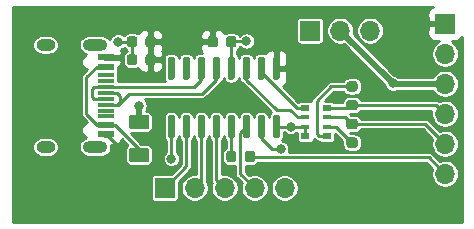
<source format=gbr>
%TF.GenerationSoftware,KiCad,Pcbnew,(5.1.6)-1*%
%TF.CreationDate,2020-06-26T00:22:10+04:00*%
%TF.ProjectId,ch340c-progarmmer,63683334-3063-42d7-9072-6f6761726d6d,rev?*%
%TF.SameCoordinates,Original*%
%TF.FileFunction,Copper,L1,Top*%
%TF.FilePolarity,Positive*%
%FSLAX46Y46*%
G04 Gerber Fmt 4.6, Leading zero omitted, Abs format (unit mm)*
G04 Created by KiCad (PCBNEW (5.1.6)-1) date 2020-06-26 00:22:10*
%MOMM*%
%LPD*%
G01*
G04 APERTURE LIST*
%TA.AperFunction,ComponentPad*%
%ADD10O,1.700000X1.700000*%
%TD*%
%TA.AperFunction,ComponentPad*%
%ADD11R,1.700000X1.700000*%
%TD*%
%TA.AperFunction,SMDPad,CuDef*%
%ADD12R,1.450000X0.600000*%
%TD*%
%TA.AperFunction,SMDPad,CuDef*%
%ADD13R,1.450000X0.300000*%
%TD*%
%TA.AperFunction,ComponentPad*%
%ADD14O,2.100000X1.000000*%
%TD*%
%TA.AperFunction,ComponentPad*%
%ADD15O,1.600000X1.000000*%
%TD*%
%TA.AperFunction,SMDPad,CuDef*%
%ADD16R,0.800000X0.500000*%
%TD*%
%TA.AperFunction,SMDPad,CuDef*%
%ADD17R,0.800000X0.400000*%
%TD*%
%TA.AperFunction,ViaPad*%
%ADD18C,0.800000*%
%TD*%
%TA.AperFunction,Conductor*%
%ADD19C,0.250000*%
%TD*%
%TA.AperFunction,Conductor*%
%ADD20C,0.500000*%
%TD*%
%TA.AperFunction,Conductor*%
%ADD21C,0.254000*%
%TD*%
G04 APERTURE END LIST*
D10*
%TO.P,J4,5*%
%TO.N,/R232*%
X191643000Y-54864000D03*
%TO.P,J4,4*%
%TO.N,/RTS*%
X189103000Y-54864000D03*
%TO.P,J4,3*%
%TO.N,/DCD*%
X186563000Y-54864000D03*
%TO.P,J4,2*%
%TO.N,/RI*%
X184023000Y-54864000D03*
D11*
%TO.P,J4,1*%
%TO.N,/DSR*%
X181483000Y-54864000D03*
%TD*%
%TO.P,U1,1*%
%TO.N,GND*%
%TA.AperFunction,SMDPad,CuDef*%
G36*
G01*
X190794500Y-43730500D02*
X191094500Y-43730500D01*
G75*
G02*
X191244500Y-43880500I0J-150000D01*
G01*
X191244500Y-45530500D01*
G75*
G02*
X191094500Y-45680500I-150000J0D01*
G01*
X190794500Y-45680500D01*
G75*
G02*
X190644500Y-45530500I0J150000D01*
G01*
X190644500Y-43880500D01*
G75*
G02*
X190794500Y-43730500I150000J0D01*
G01*
G37*
%TD.AperFunction*%
%TO.P,U1,2*%
%TO.N,Net-(RN1-Pad1)*%
%TA.AperFunction,SMDPad,CuDef*%
G36*
G01*
X189524500Y-43730500D02*
X189824500Y-43730500D01*
G75*
G02*
X189974500Y-43880500I0J-150000D01*
G01*
X189974500Y-45530500D01*
G75*
G02*
X189824500Y-45680500I-150000J0D01*
G01*
X189524500Y-45680500D01*
G75*
G02*
X189374500Y-45530500I0J150000D01*
G01*
X189374500Y-43880500D01*
G75*
G02*
X189524500Y-43730500I150000J0D01*
G01*
G37*
%TD.AperFunction*%
%TO.P,U1,3*%
%TO.N,Net-(RN1-Pad2)*%
%TA.AperFunction,SMDPad,CuDef*%
G36*
G01*
X188254500Y-43730500D02*
X188554500Y-43730500D01*
G75*
G02*
X188704500Y-43880500I0J-150000D01*
G01*
X188704500Y-45530500D01*
G75*
G02*
X188554500Y-45680500I-150000J0D01*
G01*
X188254500Y-45680500D01*
G75*
G02*
X188104500Y-45530500I0J150000D01*
G01*
X188104500Y-43880500D01*
G75*
G02*
X188254500Y-43730500I150000J0D01*
G01*
G37*
%TD.AperFunction*%
%TO.P,U1,4*%
%TO.N,+3V3*%
%TA.AperFunction,SMDPad,CuDef*%
G36*
G01*
X186984500Y-43730500D02*
X187284500Y-43730500D01*
G75*
G02*
X187434500Y-43880500I0J-150000D01*
G01*
X187434500Y-45530500D01*
G75*
G02*
X187284500Y-45680500I-150000J0D01*
G01*
X186984500Y-45680500D01*
G75*
G02*
X186834500Y-45530500I0J150000D01*
G01*
X186834500Y-43880500D01*
G75*
G02*
X186984500Y-43730500I150000J0D01*
G01*
G37*
%TD.AperFunction*%
%TO.P,U1,5*%
%TO.N,/D+*%
%TA.AperFunction,SMDPad,CuDef*%
G36*
G01*
X185714500Y-43730500D02*
X186014500Y-43730500D01*
G75*
G02*
X186164500Y-43880500I0J-150000D01*
G01*
X186164500Y-45530500D01*
G75*
G02*
X186014500Y-45680500I-150000J0D01*
G01*
X185714500Y-45680500D01*
G75*
G02*
X185564500Y-45530500I0J150000D01*
G01*
X185564500Y-43880500D01*
G75*
G02*
X185714500Y-43730500I150000J0D01*
G01*
G37*
%TD.AperFunction*%
%TO.P,U1,6*%
%TO.N,/D-*%
%TA.AperFunction,SMDPad,CuDef*%
G36*
G01*
X184444500Y-43730500D02*
X184744500Y-43730500D01*
G75*
G02*
X184894500Y-43880500I0J-150000D01*
G01*
X184894500Y-45530500D01*
G75*
G02*
X184744500Y-45680500I-150000J0D01*
G01*
X184444500Y-45680500D01*
G75*
G02*
X184294500Y-45530500I0J150000D01*
G01*
X184294500Y-43880500D01*
G75*
G02*
X184444500Y-43730500I150000J0D01*
G01*
G37*
%TD.AperFunction*%
%TO.P,U1,7*%
%TO.N,Net-(U1-Pad7)*%
%TA.AperFunction,SMDPad,CuDef*%
G36*
G01*
X183174500Y-43730500D02*
X183474500Y-43730500D01*
G75*
G02*
X183624500Y-43880500I0J-150000D01*
G01*
X183624500Y-45530500D01*
G75*
G02*
X183474500Y-45680500I-150000J0D01*
G01*
X183174500Y-45680500D01*
G75*
G02*
X183024500Y-45530500I0J150000D01*
G01*
X183024500Y-43880500D01*
G75*
G02*
X183174500Y-43730500I150000J0D01*
G01*
G37*
%TD.AperFunction*%
%TO.P,U1,8*%
%TO.N,Net-(U1-Pad8)*%
%TA.AperFunction,SMDPad,CuDef*%
G36*
G01*
X181904500Y-43730500D02*
X182204500Y-43730500D01*
G75*
G02*
X182354500Y-43880500I0J-150000D01*
G01*
X182354500Y-45530500D01*
G75*
G02*
X182204500Y-45680500I-150000J0D01*
G01*
X181904500Y-45680500D01*
G75*
G02*
X181754500Y-45530500I0J150000D01*
G01*
X181754500Y-43880500D01*
G75*
G02*
X181904500Y-43730500I150000J0D01*
G01*
G37*
%TD.AperFunction*%
%TO.P,U1,9*%
%TO.N,/CTS*%
%TA.AperFunction,SMDPad,CuDef*%
G36*
G01*
X181904500Y-48680500D02*
X182204500Y-48680500D01*
G75*
G02*
X182354500Y-48830500I0J-150000D01*
G01*
X182354500Y-50480500D01*
G75*
G02*
X182204500Y-50630500I-150000J0D01*
G01*
X181904500Y-50630500D01*
G75*
G02*
X181754500Y-50480500I0J150000D01*
G01*
X181754500Y-48830500D01*
G75*
G02*
X181904500Y-48680500I150000J0D01*
G01*
G37*
%TD.AperFunction*%
%TO.P,U1,10*%
%TO.N,/DSR*%
%TA.AperFunction,SMDPad,CuDef*%
G36*
G01*
X183174500Y-48680500D02*
X183474500Y-48680500D01*
G75*
G02*
X183624500Y-48830500I0J-150000D01*
G01*
X183624500Y-50480500D01*
G75*
G02*
X183474500Y-50630500I-150000J0D01*
G01*
X183174500Y-50630500D01*
G75*
G02*
X183024500Y-50480500I0J150000D01*
G01*
X183024500Y-48830500D01*
G75*
G02*
X183174500Y-48680500I150000J0D01*
G01*
G37*
%TD.AperFunction*%
%TO.P,U1,11*%
%TO.N,/RI*%
%TA.AperFunction,SMDPad,CuDef*%
G36*
G01*
X184444500Y-48680500D02*
X184744500Y-48680500D01*
G75*
G02*
X184894500Y-48830500I0J-150000D01*
G01*
X184894500Y-50480500D01*
G75*
G02*
X184744500Y-50630500I-150000J0D01*
G01*
X184444500Y-50630500D01*
G75*
G02*
X184294500Y-50480500I0J150000D01*
G01*
X184294500Y-48830500D01*
G75*
G02*
X184444500Y-48680500I150000J0D01*
G01*
G37*
%TD.AperFunction*%
%TO.P,U1,12*%
%TO.N,/DCD*%
%TA.AperFunction,SMDPad,CuDef*%
G36*
G01*
X185714500Y-48680500D02*
X186014500Y-48680500D01*
G75*
G02*
X186164500Y-48830500I0J-150000D01*
G01*
X186164500Y-50480500D01*
G75*
G02*
X186014500Y-50630500I-150000J0D01*
G01*
X185714500Y-50630500D01*
G75*
G02*
X185564500Y-50480500I0J150000D01*
G01*
X185564500Y-48830500D01*
G75*
G02*
X185714500Y-48680500I150000J0D01*
G01*
G37*
%TD.AperFunction*%
%TO.P,U1,13*%
%TO.N,Net-(C5-Pad2)*%
%TA.AperFunction,SMDPad,CuDef*%
G36*
G01*
X186984500Y-48680500D02*
X187284500Y-48680500D01*
G75*
G02*
X187434500Y-48830500I0J-150000D01*
G01*
X187434500Y-50480500D01*
G75*
G02*
X187284500Y-50630500I-150000J0D01*
G01*
X186984500Y-50630500D01*
G75*
G02*
X186834500Y-50480500I0J150000D01*
G01*
X186834500Y-48830500D01*
G75*
G02*
X186984500Y-48680500I150000J0D01*
G01*
G37*
%TD.AperFunction*%
%TO.P,U1,14*%
%TO.N,/RTS*%
%TA.AperFunction,SMDPad,CuDef*%
G36*
G01*
X188254500Y-48680500D02*
X188554500Y-48680500D01*
G75*
G02*
X188704500Y-48830500I0J-150000D01*
G01*
X188704500Y-50480500D01*
G75*
G02*
X188554500Y-50630500I-150000J0D01*
G01*
X188254500Y-50630500D01*
G75*
G02*
X188104500Y-50480500I0J150000D01*
G01*
X188104500Y-48830500D01*
G75*
G02*
X188254500Y-48680500I150000J0D01*
G01*
G37*
%TD.AperFunction*%
%TO.P,U1,15*%
%TO.N,/R232*%
%TA.AperFunction,SMDPad,CuDef*%
G36*
G01*
X189524500Y-48680500D02*
X189824500Y-48680500D01*
G75*
G02*
X189974500Y-48830500I0J-150000D01*
G01*
X189974500Y-50480500D01*
G75*
G02*
X189824500Y-50630500I-150000J0D01*
G01*
X189524500Y-50630500D01*
G75*
G02*
X189374500Y-50480500I0J150000D01*
G01*
X189374500Y-48830500D01*
G75*
G02*
X189524500Y-48680500I150000J0D01*
G01*
G37*
%TD.AperFunction*%
%TO.P,U1,16*%
%TO.N,/VCC*%
%TA.AperFunction,SMDPad,CuDef*%
G36*
G01*
X190794500Y-48680500D02*
X191094500Y-48680500D01*
G75*
G02*
X191244500Y-48830500I0J-150000D01*
G01*
X191244500Y-50480500D01*
G75*
G02*
X191094500Y-50630500I-150000J0D01*
G01*
X190794500Y-50630500D01*
G75*
G02*
X190644500Y-50480500I0J150000D01*
G01*
X190644500Y-48830500D01*
G75*
G02*
X190794500Y-48680500I150000J0D01*
G01*
G37*
%TD.AperFunction*%
%TD*%
D10*
%TO.P,J2,3*%
%TO.N,+3V3*%
X198882000Y-41529000D03*
%TO.P,J2,2*%
%TO.N,/VCC*%
X196342000Y-41529000D03*
D11*
%TO.P,J2,1*%
%TO.N,+5V*%
X193802000Y-41529000D03*
%TD*%
D10*
%TO.P,J3,6*%
%TO.N,/DTR*%
X205232000Y-53657500D03*
%TO.P,J3,5*%
%TO.N,/RX*%
X205232000Y-51117500D03*
%TO.P,J3,4*%
%TO.N,/TX*%
X205232000Y-48577500D03*
%TO.P,J3,3*%
%TO.N,/VCC*%
X205232000Y-46037500D03*
%TO.P,J3,2*%
%TO.N,/CTS*%
X205232000Y-43497500D03*
D11*
%TO.P,J3,1*%
%TO.N,GND*%
X205232000Y-40957500D03*
%TD*%
D12*
%TO.P,J1,B1*%
%TO.N,GND*%
X176511000Y-50303500D03*
%TO.P,J1,A9*%
%TO.N,Net-(F1-Pad2)*%
X176511000Y-49503500D03*
%TO.P,J1,B9*%
X176511000Y-44603500D03*
%TO.P,J1,B12*%
%TO.N,GND*%
X176511000Y-43803500D03*
%TO.P,J1,A1*%
X176511000Y-43803500D03*
%TO.P,J1,A4*%
%TO.N,Net-(F1-Pad2)*%
X176511000Y-44603500D03*
%TO.P,J1,B4*%
X176511000Y-49503500D03*
%TO.P,J1,A12*%
%TO.N,GND*%
X176511000Y-50303500D03*
D13*
%TO.P,J1,B8*%
%TO.N,Net-(J1-PadB8)*%
X176511000Y-45303500D03*
%TO.P,J1,A5*%
%TO.N,Net-(J1-PadA5)*%
X176511000Y-45803500D03*
%TO.P,J1,B7*%
%TO.N,/D-*%
X176511000Y-46303500D03*
%TO.P,J1,A7*%
X176511000Y-47303500D03*
%TO.P,J1,B6*%
%TO.N,/D+*%
X176511000Y-47803500D03*
%TO.P,J1,A8*%
%TO.N,Net-(J1-PadA8)*%
X176511000Y-48303500D03*
%TO.P,J1,B5*%
%TO.N,Net-(J1-PadB5)*%
X176511000Y-48803500D03*
%TO.P,J1,A6*%
%TO.N,/D+*%
X176511000Y-46803500D03*
D14*
%TO.P,J1,S1*%
%TO.N,Net-(J1-PadS1)*%
X175596000Y-51373500D03*
X175596000Y-42733500D03*
D15*
X171416000Y-42733500D03*
X171416000Y-51373500D03*
%TD*%
%TO.P,F1,2*%
%TO.N,Net-(F1-Pad2)*%
%TA.AperFunction,SMDPad,CuDef*%
G36*
G01*
X178699000Y-51448000D02*
X179949000Y-51448000D01*
G75*
G02*
X180199000Y-51698000I0J-250000D01*
G01*
X180199000Y-52448000D01*
G75*
G02*
X179949000Y-52698000I-250000J0D01*
G01*
X178699000Y-52698000D01*
G75*
G02*
X178449000Y-52448000I0J250000D01*
G01*
X178449000Y-51698000D01*
G75*
G02*
X178699000Y-51448000I250000J0D01*
G01*
G37*
%TD.AperFunction*%
%TO.P,F1,1*%
%TO.N,+5V*%
%TA.AperFunction,SMDPad,CuDef*%
G36*
G01*
X178699000Y-48648000D02*
X179949000Y-48648000D01*
G75*
G02*
X180199000Y-48898000I0J-250000D01*
G01*
X180199000Y-49648000D01*
G75*
G02*
X179949000Y-49898000I-250000J0D01*
G01*
X178699000Y-49898000D01*
G75*
G02*
X178449000Y-49648000I0J250000D01*
G01*
X178449000Y-48898000D01*
G75*
G02*
X178699000Y-48648000I250000J0D01*
G01*
G37*
%TD.AperFunction*%
%TD*%
%TO.P,D2,1*%
%TO.N,/TX*%
%TA.AperFunction,SMDPad,CuDef*%
G36*
G01*
X197614250Y-48278500D02*
X197101750Y-48278500D01*
G75*
G02*
X196883000Y-48059750I0J218750D01*
G01*
X196883000Y-47622250D01*
G75*
G02*
X197101750Y-47403500I218750J0D01*
G01*
X197614250Y-47403500D01*
G75*
G02*
X197833000Y-47622250I0J-218750D01*
G01*
X197833000Y-48059750D01*
G75*
G02*
X197614250Y-48278500I-218750J0D01*
G01*
G37*
%TD.AperFunction*%
%TO.P,D2,2*%
%TO.N,Net-(D2-Pad2)*%
%TA.AperFunction,SMDPad,CuDef*%
G36*
G01*
X197614250Y-46703500D02*
X197101750Y-46703500D01*
G75*
G02*
X196883000Y-46484750I0J218750D01*
G01*
X196883000Y-46047250D01*
G75*
G02*
X197101750Y-45828500I218750J0D01*
G01*
X197614250Y-45828500D01*
G75*
G02*
X197833000Y-46047250I0J-218750D01*
G01*
X197833000Y-46484750D01*
G75*
G02*
X197614250Y-46703500I-218750J0D01*
G01*
G37*
%TD.AperFunction*%
%TD*%
%TO.P,D1,2*%
%TO.N,Net-(D1-Pad2)*%
%TA.AperFunction,SMDPad,CuDef*%
G36*
G01*
X197101750Y-50578500D02*
X197614250Y-50578500D01*
G75*
G02*
X197833000Y-50797250I0J-218750D01*
G01*
X197833000Y-51234750D01*
G75*
G02*
X197614250Y-51453500I-218750J0D01*
G01*
X197101750Y-51453500D01*
G75*
G02*
X196883000Y-51234750I0J218750D01*
G01*
X196883000Y-50797250D01*
G75*
G02*
X197101750Y-50578500I218750J0D01*
G01*
G37*
%TD.AperFunction*%
%TO.P,D1,1*%
%TO.N,/RX*%
%TA.AperFunction,SMDPad,CuDef*%
G36*
G01*
X197101750Y-49003500D02*
X197614250Y-49003500D01*
G75*
G02*
X197833000Y-49222250I0J-218750D01*
G01*
X197833000Y-49659750D01*
G75*
G02*
X197614250Y-49878500I-218750J0D01*
G01*
X197101750Y-49878500D01*
G75*
G02*
X196883000Y-49659750I0J218750D01*
G01*
X196883000Y-49222250D01*
G75*
G02*
X197101750Y-49003500I218750J0D01*
G01*
G37*
%TD.AperFunction*%
%TD*%
%TO.P,C2,1*%
%TO.N,+5V*%
%TA.AperFunction,SMDPad,CuDef*%
G36*
G01*
X178289500Y-42737750D02*
X178289500Y-42225250D01*
G75*
G02*
X178508250Y-42006500I218750J0D01*
G01*
X178945750Y-42006500D01*
G75*
G02*
X179164500Y-42225250I0J-218750D01*
G01*
X179164500Y-42737750D01*
G75*
G02*
X178945750Y-42956500I-218750J0D01*
G01*
X178508250Y-42956500D01*
G75*
G02*
X178289500Y-42737750I0J218750D01*
G01*
G37*
%TD.AperFunction*%
%TO.P,C2,2*%
%TO.N,GND*%
%TA.AperFunction,SMDPad,CuDef*%
G36*
G01*
X179864500Y-42737750D02*
X179864500Y-42225250D01*
G75*
G02*
X180083250Y-42006500I218750J0D01*
G01*
X180520750Y-42006500D01*
G75*
G02*
X180739500Y-42225250I0J-218750D01*
G01*
X180739500Y-42737750D01*
G75*
G02*
X180520750Y-42956500I-218750J0D01*
G01*
X180083250Y-42956500D01*
G75*
G02*
X179864500Y-42737750I0J218750D01*
G01*
G37*
%TD.AperFunction*%
%TD*%
%TO.P,C1,1*%
%TO.N,+5V*%
%TA.AperFunction,SMDPad,CuDef*%
G36*
G01*
X178289500Y-44261750D02*
X178289500Y-43749250D01*
G75*
G02*
X178508250Y-43530500I218750J0D01*
G01*
X178945750Y-43530500D01*
G75*
G02*
X179164500Y-43749250I0J-218750D01*
G01*
X179164500Y-44261750D01*
G75*
G02*
X178945750Y-44480500I-218750J0D01*
G01*
X178508250Y-44480500D01*
G75*
G02*
X178289500Y-44261750I0J218750D01*
G01*
G37*
%TD.AperFunction*%
%TO.P,C1,2*%
%TO.N,GND*%
%TA.AperFunction,SMDPad,CuDef*%
G36*
G01*
X179864500Y-44261750D02*
X179864500Y-43749250D01*
G75*
G02*
X180083250Y-43530500I218750J0D01*
G01*
X180520750Y-43530500D01*
G75*
G02*
X180739500Y-43749250I0J-218750D01*
G01*
X180739500Y-44261750D01*
G75*
G02*
X180520750Y-44480500I-218750J0D01*
G01*
X180083250Y-44480500D01*
G75*
G02*
X179864500Y-44261750I0J218750D01*
G01*
G37*
%TD.AperFunction*%
%TD*%
%TO.P,C6,1*%
%TO.N,GND*%
%TA.AperFunction,SMDPad,CuDef*%
G36*
G01*
X185122000Y-42737750D02*
X185122000Y-42225250D01*
G75*
G02*
X185340750Y-42006500I218750J0D01*
G01*
X185778250Y-42006500D01*
G75*
G02*
X185997000Y-42225250I0J-218750D01*
G01*
X185997000Y-42737750D01*
G75*
G02*
X185778250Y-42956500I-218750J0D01*
G01*
X185340750Y-42956500D01*
G75*
G02*
X185122000Y-42737750I0J218750D01*
G01*
G37*
%TD.AperFunction*%
%TO.P,C6,2*%
%TO.N,+3V3*%
%TA.AperFunction,SMDPad,CuDef*%
G36*
G01*
X186697000Y-42737750D02*
X186697000Y-42225250D01*
G75*
G02*
X186915750Y-42006500I218750J0D01*
G01*
X187353250Y-42006500D01*
G75*
G02*
X187572000Y-42225250I0J-218750D01*
G01*
X187572000Y-42737750D01*
G75*
G02*
X187353250Y-42956500I-218750J0D01*
G01*
X186915750Y-42956500D01*
G75*
G02*
X186697000Y-42737750I0J218750D01*
G01*
G37*
%TD.AperFunction*%
%TD*%
%TO.P,C5,1*%
%TO.N,/DTR*%
%TA.AperFunction,SMDPad,CuDef*%
G36*
G01*
X189147000Y-51940750D02*
X189147000Y-52453250D01*
G75*
G02*
X188928250Y-52672000I-218750J0D01*
G01*
X188490750Y-52672000D01*
G75*
G02*
X188272000Y-52453250I0J218750D01*
G01*
X188272000Y-51940750D01*
G75*
G02*
X188490750Y-51722000I218750J0D01*
G01*
X188928250Y-51722000D01*
G75*
G02*
X189147000Y-51940750I0J-218750D01*
G01*
G37*
%TD.AperFunction*%
%TO.P,C5,2*%
%TO.N,Net-(C5-Pad2)*%
%TA.AperFunction,SMDPad,CuDef*%
G36*
G01*
X187572000Y-51940750D02*
X187572000Y-52453250D01*
G75*
G02*
X187353250Y-52672000I-218750J0D01*
G01*
X186915750Y-52672000D01*
G75*
G02*
X186697000Y-52453250I0J218750D01*
G01*
X186697000Y-51940750D01*
G75*
G02*
X186915750Y-51722000I218750J0D01*
G01*
X187353250Y-51722000D01*
G75*
G02*
X187572000Y-51940750I0J-218750D01*
G01*
G37*
%TD.AperFunction*%
%TD*%
D16*
%TO.P,RN1,5*%
%TO.N,Net-(D2-Pad2)*%
X195210000Y-50476000D03*
D17*
%TO.P,RN1,6*%
%TO.N,Net-(D1-Pad2)*%
X195210000Y-49676000D03*
D16*
%TO.P,RN1,8*%
%TO.N,/TX*%
X195210000Y-48076000D03*
D17*
%TO.P,RN1,7*%
%TO.N,/RX*%
X195210000Y-48876000D03*
D16*
%TO.P,RN1,4*%
%TO.N,/VCC*%
X193410000Y-50476000D03*
D17*
%TO.P,RN1,2*%
%TO.N,Net-(RN1-Pad2)*%
X193410000Y-48876000D03*
%TO.P,RN1,3*%
%TO.N,/VCC*%
X193410000Y-49676000D03*
D16*
%TO.P,RN1,1*%
%TO.N,Net-(RN1-Pad1)*%
X193410000Y-48076000D03*
%TD*%
D18*
%TO.N,+5V*%
X179324000Y-47879000D03*
X177546000Y-42481500D03*
%TO.N,GND*%
X191770000Y-42799000D03*
%TO.N,+3V3*%
X188404500Y-42418000D03*
%TO.N,/VCC*%
X200818750Y-46005750D03*
X192149500Y-49655488D03*
%TO.N,/CTS*%
X182054500Y-52387500D03*
%TO.N,/R232*%
X191325500Y-51562000D03*
%TD*%
D19*
%TO.N,+5V*%
X178727000Y-42481500D02*
X178727000Y-44005500D01*
X178727000Y-42481500D02*
X177546000Y-42481500D01*
D20*
X179324000Y-47879000D02*
X179324000Y-49273000D01*
D19*
%TO.N,GND*%
X176511000Y-50303500D02*
X176541500Y-50303500D01*
X176541500Y-50303500D02*
X177609500Y-51371500D01*
X177609500Y-51371500D02*
X177609500Y-51689000D01*
%TO.N,+3V3*%
X187134500Y-42481500D02*
X187134500Y-44705500D01*
X187198000Y-42418000D02*
X187134500Y-42481500D01*
X188404500Y-42418000D02*
X187198000Y-42418000D01*
%TO.N,/DTR*%
X188773000Y-52260500D02*
X188709500Y-52197000D01*
X205232000Y-53657500D02*
X203835000Y-52260500D01*
X203835000Y-52260500D02*
X188773000Y-52260500D01*
%TO.N,Net-(C5-Pad2)*%
X187134500Y-49655500D02*
X187134500Y-52197000D01*
%TO.N,Net-(D1-Pad2)*%
X196018000Y-49676000D02*
X197358000Y-51016000D01*
X195210000Y-49676000D02*
X196018000Y-49676000D01*
%TO.N,/RX*%
X196793000Y-48876000D02*
X197358000Y-49441000D01*
X195210000Y-48876000D02*
X196793000Y-48876000D01*
X203555500Y-49441000D02*
X205232000Y-51117500D01*
X197358000Y-49441000D02*
X203555500Y-49441000D01*
%TO.N,/TX*%
X195161000Y-48027000D02*
X195210000Y-48076000D01*
X197123000Y-48076000D02*
X197358000Y-47841000D01*
X195210000Y-48076000D02*
X197123000Y-48076000D01*
X204495500Y-47841000D02*
X205232000Y-48577500D01*
X197358000Y-47841000D02*
X204495500Y-47841000D01*
%TO.N,Net-(D2-Pad2)*%
X194373500Y-47498000D02*
X194373500Y-50289500D01*
X194373500Y-50289500D02*
X194560000Y-50476000D01*
X197358000Y-46266000D02*
X195605500Y-46266000D01*
X194560000Y-50476000D02*
X195210000Y-50476000D01*
X195605500Y-46266000D02*
X194373500Y-47498000D01*
%TO.N,Net-(F1-Pad2)*%
X179324000Y-51562000D02*
X179324000Y-52327000D01*
X176511000Y-49503500D02*
X177265500Y-49503500D01*
X177265500Y-49503500D02*
X179324000Y-51562000D01*
X174873489Y-48625991D02*
X175750998Y-49503500D01*
X176511000Y-44603500D02*
X175750998Y-44603500D01*
X175750998Y-44603500D02*
X174873489Y-45481009D01*
X174873489Y-45481009D02*
X174873489Y-48625991D01*
X175750998Y-49503500D02*
X176511000Y-49503500D01*
%TO.N,/D-*%
X184594500Y-45680500D02*
X184594500Y-44705500D01*
X183971500Y-46303500D02*
X184594500Y-45680500D01*
X176511000Y-46303500D02*
X183971500Y-46303500D01*
X175501000Y-47303500D02*
X176511000Y-47303500D01*
X175323500Y-47126000D02*
X175501000Y-47303500D01*
X175323500Y-46516000D02*
X175323500Y-47126000D01*
X175536000Y-46303500D02*
X175323500Y-46516000D01*
X176511000Y-46303500D02*
X175536000Y-46303500D01*
%TO.N,/D+*%
X176511000Y-47803500D02*
X177558000Y-47803500D01*
X185864500Y-45680500D02*
X185864500Y-44705500D01*
X184682000Y-46863000D02*
X185864500Y-45680500D01*
X177558000Y-47803500D02*
X178498500Y-46863000D01*
X178498500Y-46863000D02*
X184682000Y-46863000D01*
X177471002Y-47803500D02*
X176511000Y-47803500D01*
X177736500Y-47538002D02*
X177471002Y-47803500D01*
X177736500Y-47054000D02*
X177736500Y-47538002D01*
X176511000Y-46803500D02*
X177486000Y-46803500D01*
X177486000Y-46803500D02*
X177736500Y-47054000D01*
%TO.N,/VCC*%
X193389500Y-49655500D02*
X193410000Y-49676000D01*
X193410000Y-49676000D02*
X193410000Y-50476000D01*
D20*
X200850500Y-46037500D02*
X200818750Y-46005750D01*
X205232000Y-46037500D02*
X200850500Y-46037500D01*
D19*
X192149500Y-49655500D02*
X193389500Y-49655500D01*
X190944500Y-49655500D02*
X192149500Y-49655500D01*
D20*
X200818750Y-46005750D02*
X196342000Y-41529000D01*
D19*
X192149500Y-49655500D02*
X192149500Y-49655488D01*
%TO.N,/CTS*%
X182054500Y-49655500D02*
X182054500Y-52387500D01*
%TO.N,Net-(RN1-Pad1)*%
X192668232Y-48076000D02*
X193410000Y-48076000D01*
X189674500Y-45082268D02*
X192668232Y-48076000D01*
X189674500Y-44705500D02*
X189674500Y-45082268D01*
%TO.N,Net-(RN1-Pad2)*%
X192144000Y-48260000D02*
X192760000Y-48876000D01*
X190984000Y-48260000D02*
X192144000Y-48260000D01*
X192760000Y-48876000D02*
X193410000Y-48876000D01*
X188404500Y-45680500D02*
X190984000Y-48260000D01*
X188404500Y-44705500D02*
X188404500Y-45680500D01*
%TO.N,/R232*%
X190606000Y-51562000D02*
X191325500Y-51562000D01*
X189674500Y-50630500D02*
X190606000Y-51562000D01*
X189674500Y-49655500D02*
X189674500Y-50630500D01*
%TO.N,/RTS*%
X187897010Y-53658010D02*
X189103000Y-54864000D01*
X187897010Y-50162990D02*
X187897010Y-53658010D01*
X188404500Y-49655500D02*
X187897010Y-50162990D01*
%TO.N,/DCD*%
X185864500Y-54165500D02*
X186563000Y-54864000D01*
X185864500Y-49655500D02*
X185864500Y-54165500D01*
%TO.N,/RI*%
X184594500Y-54292500D02*
X184023000Y-54864000D01*
X184594500Y-49655500D02*
X184594500Y-54292500D01*
%TO.N,/DSR*%
X183324500Y-53022500D02*
X181483000Y-54864000D01*
X183324500Y-49655500D02*
X183324500Y-53022500D01*
%TD*%
D21*
%TO.N,GND*%
G36*
X204137820Y-39517998D02*
G01*
X204027506Y-39576963D01*
X203930815Y-39656315D01*
X203851463Y-39753006D01*
X203792498Y-39863320D01*
X203756188Y-39983018D01*
X203743928Y-40107500D01*
X203747000Y-40671750D01*
X203905750Y-40830500D01*
X205105000Y-40830500D01*
X205105000Y-40810500D01*
X205359000Y-40810500D01*
X205359000Y-40830500D01*
X205379000Y-40830500D01*
X205379000Y-41084500D01*
X205359000Y-41084500D01*
X205359000Y-41104500D01*
X205105000Y-41104500D01*
X205105000Y-41084500D01*
X203905750Y-41084500D01*
X203747000Y-41243250D01*
X203743928Y-41807500D01*
X203756188Y-41931982D01*
X203792498Y-42051680D01*
X203851463Y-42161994D01*
X203930815Y-42258685D01*
X204027506Y-42338037D01*
X204137820Y-42397002D01*
X204257518Y-42433312D01*
X204382000Y-42445572D01*
X204678926Y-42443955D01*
X204670692Y-42447366D01*
X204476606Y-42577050D01*
X204311550Y-42742106D01*
X204181866Y-42936192D01*
X204092539Y-43151848D01*
X204047000Y-43380788D01*
X204047000Y-43614212D01*
X204092539Y-43843152D01*
X204181866Y-44058808D01*
X204311550Y-44252894D01*
X204476606Y-44417950D01*
X204670692Y-44547634D01*
X204886348Y-44636961D01*
X205115288Y-44682500D01*
X205348712Y-44682500D01*
X205577652Y-44636961D01*
X205793308Y-44547634D01*
X205987394Y-44417950D01*
X206152450Y-44252894D01*
X206282134Y-44058808D01*
X206371461Y-43843152D01*
X206417000Y-43614212D01*
X206417000Y-43380788D01*
X206371461Y-43151848D01*
X206282134Y-42936192D01*
X206152450Y-42742106D01*
X205987394Y-42577050D01*
X205793308Y-42447366D01*
X205785074Y-42443955D01*
X206082000Y-42445572D01*
X206206482Y-42433312D01*
X206326180Y-42397002D01*
X206436494Y-42338037D01*
X206533185Y-42258685D01*
X206612537Y-42161994D01*
X206650001Y-42091905D01*
X206650000Y-55516675D01*
X206650001Y-55516685D01*
X206650000Y-57742500D01*
X168635000Y-57742500D01*
X168635000Y-51373500D01*
X170276960Y-51373500D01*
X170293082Y-51537189D01*
X170340828Y-51694587D01*
X170418364Y-51839646D01*
X170522709Y-51966791D01*
X170649854Y-52071136D01*
X170794913Y-52148672D01*
X170952311Y-52196418D01*
X171074981Y-52208500D01*
X171757019Y-52208500D01*
X171879689Y-52196418D01*
X172037087Y-52148672D01*
X172182146Y-52071136D01*
X172309291Y-51966791D01*
X172413636Y-51839646D01*
X172491172Y-51694587D01*
X172538918Y-51537189D01*
X172555040Y-51373500D01*
X172538918Y-51209811D01*
X172491172Y-51052413D01*
X172413636Y-50907354D01*
X172309291Y-50780209D01*
X172182146Y-50675864D01*
X172037087Y-50598328D01*
X171879689Y-50550582D01*
X171757019Y-50538500D01*
X171074981Y-50538500D01*
X170952311Y-50550582D01*
X170794913Y-50598328D01*
X170649854Y-50675864D01*
X170522709Y-50780209D01*
X170418364Y-50907354D01*
X170340828Y-51052413D01*
X170293082Y-51209811D01*
X170276960Y-51373500D01*
X168635000Y-51373500D01*
X168635000Y-42733500D01*
X170276960Y-42733500D01*
X170293082Y-42897189D01*
X170340828Y-43054587D01*
X170418364Y-43199646D01*
X170522709Y-43326791D01*
X170649854Y-43431136D01*
X170794913Y-43508672D01*
X170952311Y-43556418D01*
X171074981Y-43568500D01*
X171757019Y-43568500D01*
X171879689Y-43556418D01*
X172037087Y-43508672D01*
X172182146Y-43431136D01*
X172309291Y-43326791D01*
X172413636Y-43199646D01*
X172491172Y-43054587D01*
X172538918Y-42897189D01*
X172555040Y-42733500D01*
X174206960Y-42733500D01*
X174223082Y-42897189D01*
X174270828Y-43054587D01*
X174348364Y-43199646D01*
X174452709Y-43326791D01*
X174579854Y-43431136D01*
X174724913Y-43508672D01*
X174838817Y-43543224D01*
X174753373Y-43578616D01*
X174645275Y-43650845D01*
X174553345Y-43742775D01*
X174481116Y-43850873D01*
X174431364Y-43970985D01*
X174406000Y-44098496D01*
X174406000Y-44228504D01*
X174431364Y-44356015D01*
X174481116Y-44476127D01*
X174553345Y-44584225D01*
X174645275Y-44676155D01*
X174753373Y-44748384D01*
X174873485Y-44798136D01*
X174900459Y-44803502D01*
X174564197Y-45139764D01*
X174546647Y-45154167D01*
X174489163Y-45224212D01*
X174446449Y-45304124D01*
X174420146Y-45390834D01*
X174413489Y-45458420D01*
X174413489Y-45458427D01*
X174411265Y-45481009D01*
X174413489Y-45503591D01*
X174413490Y-48603399D01*
X174411265Y-48625991D01*
X174420146Y-48716166D01*
X174446449Y-48802876D01*
X174446450Y-48802877D01*
X174489164Y-48882789D01*
X174546648Y-48952833D01*
X174564192Y-48967231D01*
X174900459Y-49303498D01*
X174873485Y-49308864D01*
X174753373Y-49358616D01*
X174645275Y-49430845D01*
X174553345Y-49522775D01*
X174481116Y-49630873D01*
X174431364Y-49750985D01*
X174406000Y-49878496D01*
X174406000Y-50008504D01*
X174431364Y-50136015D01*
X174481116Y-50256127D01*
X174553345Y-50364225D01*
X174645275Y-50456155D01*
X174753373Y-50528384D01*
X174838817Y-50563776D01*
X174724913Y-50598328D01*
X174579854Y-50675864D01*
X174452709Y-50780209D01*
X174348364Y-50907354D01*
X174270828Y-51052413D01*
X174223082Y-51209811D01*
X174206960Y-51373500D01*
X174223082Y-51537189D01*
X174270828Y-51694587D01*
X174348364Y-51839646D01*
X174452709Y-51966791D01*
X174579854Y-52071136D01*
X174724913Y-52148672D01*
X174882311Y-52196418D01*
X175004981Y-52208500D01*
X176187019Y-52208500D01*
X176309689Y-52196418D01*
X176467087Y-52148672D01*
X176612146Y-52071136D01*
X176739291Y-51966791D01*
X176843636Y-51839646D01*
X176921172Y-51694587D01*
X176968918Y-51537189D01*
X176985040Y-51373500D01*
X176971864Y-51239725D01*
X177236000Y-51241572D01*
X177360482Y-51229312D01*
X177480180Y-51193002D01*
X177590494Y-51134037D01*
X177687185Y-51054685D01*
X177766537Y-50957994D01*
X177825502Y-50847680D01*
X177856606Y-50745144D01*
X178344868Y-51233405D01*
X178284197Y-51283197D01*
X178211243Y-51372091D01*
X178157034Y-51473510D01*
X178123652Y-51583556D01*
X178112380Y-51698000D01*
X178112380Y-52448000D01*
X178123652Y-52562444D01*
X178157034Y-52672490D01*
X178211243Y-52773909D01*
X178284197Y-52862803D01*
X178373091Y-52935757D01*
X178474510Y-52989966D01*
X178584556Y-53023348D01*
X178699000Y-53034620D01*
X179949000Y-53034620D01*
X180063444Y-53023348D01*
X180173490Y-52989966D01*
X180274909Y-52935757D01*
X180363803Y-52862803D01*
X180436757Y-52773909D01*
X180490966Y-52672490D01*
X180524348Y-52562444D01*
X180535620Y-52448000D01*
X180535620Y-51698000D01*
X180524348Y-51583556D01*
X180490966Y-51473510D01*
X180436757Y-51372091D01*
X180363803Y-51283197D01*
X180274909Y-51210243D01*
X180173490Y-51156034D01*
X180063444Y-51122652D01*
X179949000Y-51111380D01*
X179523918Y-51111380D01*
X178641493Y-50228956D01*
X178699000Y-50234620D01*
X179949000Y-50234620D01*
X180063444Y-50223348D01*
X180173490Y-50189966D01*
X180274909Y-50135757D01*
X180363803Y-50062803D01*
X180436757Y-49973909D01*
X180490966Y-49872490D01*
X180524348Y-49762444D01*
X180535620Y-49648000D01*
X180535620Y-48898000D01*
X180524348Y-48783556D01*
X180490966Y-48673510D01*
X180436757Y-48572091D01*
X180363803Y-48483197D01*
X180274909Y-48410243D01*
X180173490Y-48356034D01*
X180063444Y-48322652D01*
X179949000Y-48311380D01*
X179919070Y-48311380D01*
X179975348Y-48227153D01*
X180030754Y-48093391D01*
X180059000Y-47951391D01*
X180059000Y-47806609D01*
X180030754Y-47664609D01*
X179975348Y-47530847D01*
X179894912Y-47410465D01*
X179807447Y-47323000D01*
X184659418Y-47323000D01*
X184682000Y-47325224D01*
X184704582Y-47323000D01*
X184704590Y-47323000D01*
X184772176Y-47316343D01*
X184858886Y-47290040D01*
X184938798Y-47247326D01*
X185008842Y-47189842D01*
X185023245Y-47172292D01*
X186173799Y-46021739D01*
X186191342Y-46007342D01*
X186223873Y-45967703D01*
X186284852Y-45935110D01*
X186358592Y-45874592D01*
X186419110Y-45800852D01*
X186464078Y-45716721D01*
X186491770Y-45625435D01*
X186499500Y-45546949D01*
X186507230Y-45625435D01*
X186534922Y-45716721D01*
X186579890Y-45800852D01*
X186640408Y-45874592D01*
X186714148Y-45935110D01*
X186798279Y-45980078D01*
X186889565Y-46007770D01*
X186984500Y-46017120D01*
X187284500Y-46017120D01*
X187379435Y-46007770D01*
X187470721Y-45980078D01*
X187554852Y-45935110D01*
X187628592Y-45874592D01*
X187689110Y-45800852D01*
X187734078Y-45716721D01*
X187761770Y-45625435D01*
X187769500Y-45546949D01*
X187777230Y-45625435D01*
X187804922Y-45716721D01*
X187849890Y-45800852D01*
X187910408Y-45874592D01*
X187984148Y-45935110D01*
X188045129Y-45967704D01*
X188077659Y-46007342D01*
X188095203Y-46021740D01*
X190510529Y-48437067D01*
X190450408Y-48486408D01*
X190389890Y-48560148D01*
X190344922Y-48644279D01*
X190317230Y-48735565D01*
X190309500Y-48814051D01*
X190301770Y-48735565D01*
X190274078Y-48644279D01*
X190229110Y-48560148D01*
X190168592Y-48486408D01*
X190094852Y-48425890D01*
X190010721Y-48380922D01*
X189919435Y-48353230D01*
X189824500Y-48343880D01*
X189524500Y-48343880D01*
X189429565Y-48353230D01*
X189338279Y-48380922D01*
X189254148Y-48425890D01*
X189180408Y-48486408D01*
X189119890Y-48560148D01*
X189074922Y-48644279D01*
X189047230Y-48735565D01*
X189039500Y-48814051D01*
X189031770Y-48735565D01*
X189004078Y-48644279D01*
X188959110Y-48560148D01*
X188898592Y-48486408D01*
X188824852Y-48425890D01*
X188740721Y-48380922D01*
X188649435Y-48353230D01*
X188554500Y-48343880D01*
X188254500Y-48343880D01*
X188159565Y-48353230D01*
X188068279Y-48380922D01*
X187984148Y-48425890D01*
X187910408Y-48486408D01*
X187849890Y-48560148D01*
X187804922Y-48644279D01*
X187777230Y-48735565D01*
X187769500Y-48814051D01*
X187761770Y-48735565D01*
X187734078Y-48644279D01*
X187689110Y-48560148D01*
X187628592Y-48486408D01*
X187554852Y-48425890D01*
X187470721Y-48380922D01*
X187379435Y-48353230D01*
X187284500Y-48343880D01*
X186984500Y-48343880D01*
X186889565Y-48353230D01*
X186798279Y-48380922D01*
X186714148Y-48425890D01*
X186640408Y-48486408D01*
X186579890Y-48560148D01*
X186534922Y-48644279D01*
X186507230Y-48735565D01*
X186499500Y-48814051D01*
X186491770Y-48735565D01*
X186464078Y-48644279D01*
X186419110Y-48560148D01*
X186358592Y-48486408D01*
X186284852Y-48425890D01*
X186200721Y-48380922D01*
X186109435Y-48353230D01*
X186014500Y-48343880D01*
X185714500Y-48343880D01*
X185619565Y-48353230D01*
X185528279Y-48380922D01*
X185444148Y-48425890D01*
X185370408Y-48486408D01*
X185309890Y-48560148D01*
X185264922Y-48644279D01*
X185237230Y-48735565D01*
X185229500Y-48814051D01*
X185221770Y-48735565D01*
X185194078Y-48644279D01*
X185149110Y-48560148D01*
X185088592Y-48486408D01*
X185014852Y-48425890D01*
X184930721Y-48380922D01*
X184839435Y-48353230D01*
X184744500Y-48343880D01*
X184444500Y-48343880D01*
X184349565Y-48353230D01*
X184258279Y-48380922D01*
X184174148Y-48425890D01*
X184100408Y-48486408D01*
X184039890Y-48560148D01*
X183994922Y-48644279D01*
X183967230Y-48735565D01*
X183959500Y-48814051D01*
X183951770Y-48735565D01*
X183924078Y-48644279D01*
X183879110Y-48560148D01*
X183818592Y-48486408D01*
X183744852Y-48425890D01*
X183660721Y-48380922D01*
X183569435Y-48353230D01*
X183474500Y-48343880D01*
X183174500Y-48343880D01*
X183079565Y-48353230D01*
X182988279Y-48380922D01*
X182904148Y-48425890D01*
X182830408Y-48486408D01*
X182769890Y-48560148D01*
X182724922Y-48644279D01*
X182697230Y-48735565D01*
X182689500Y-48814051D01*
X182681770Y-48735565D01*
X182654078Y-48644279D01*
X182609110Y-48560148D01*
X182548592Y-48486408D01*
X182474852Y-48425890D01*
X182390721Y-48380922D01*
X182299435Y-48353230D01*
X182204500Y-48343880D01*
X181904500Y-48343880D01*
X181809565Y-48353230D01*
X181718279Y-48380922D01*
X181634148Y-48425890D01*
X181560408Y-48486408D01*
X181499890Y-48560148D01*
X181454922Y-48644279D01*
X181427230Y-48735565D01*
X181417880Y-48830500D01*
X181417880Y-50480500D01*
X181427230Y-50575435D01*
X181454922Y-50666721D01*
X181499890Y-50750852D01*
X181560408Y-50824592D01*
X181594500Y-50852571D01*
X181594501Y-51810885D01*
X181585965Y-51816588D01*
X181483588Y-51918965D01*
X181403152Y-52039347D01*
X181347746Y-52173109D01*
X181319500Y-52315109D01*
X181319500Y-52459891D01*
X181347746Y-52601891D01*
X181403152Y-52735653D01*
X181483588Y-52856035D01*
X181585965Y-52958412D01*
X181706347Y-53038848D01*
X181840109Y-53094254D01*
X181982109Y-53122500D01*
X182126891Y-53122500D01*
X182268891Y-53094254D01*
X182402653Y-53038848D01*
X182523035Y-52958412D01*
X182625412Y-52856035D01*
X182705848Y-52735653D01*
X182761254Y-52601891D01*
X182789500Y-52459891D01*
X182789500Y-52315109D01*
X182761254Y-52173109D01*
X182705848Y-52039347D01*
X182625412Y-51918965D01*
X182523035Y-51816588D01*
X182514500Y-51810885D01*
X182514500Y-50852571D01*
X182548592Y-50824592D01*
X182609110Y-50750852D01*
X182654078Y-50666721D01*
X182681770Y-50575435D01*
X182689500Y-50496949D01*
X182697230Y-50575435D01*
X182724922Y-50666721D01*
X182769890Y-50750852D01*
X182830408Y-50824592D01*
X182864500Y-50852571D01*
X182864501Y-52831961D01*
X182019083Y-53677380D01*
X180633000Y-53677380D01*
X180567329Y-53683848D01*
X180504181Y-53703004D01*
X180445984Y-53734111D01*
X180394974Y-53775974D01*
X180353111Y-53826984D01*
X180322004Y-53885181D01*
X180302848Y-53948329D01*
X180296380Y-54014000D01*
X180296380Y-55714000D01*
X180302848Y-55779671D01*
X180322004Y-55842819D01*
X180353111Y-55901016D01*
X180394974Y-55952026D01*
X180445984Y-55993889D01*
X180504181Y-56024996D01*
X180567329Y-56044152D01*
X180633000Y-56050620D01*
X182333000Y-56050620D01*
X182398671Y-56044152D01*
X182461819Y-56024996D01*
X182520016Y-55993889D01*
X182571026Y-55952026D01*
X182612889Y-55901016D01*
X182643996Y-55842819D01*
X182663152Y-55779671D01*
X182669620Y-55714000D01*
X182669620Y-54327917D01*
X183633797Y-53363741D01*
X183651342Y-53349342D01*
X183708826Y-53279298D01*
X183751540Y-53199386D01*
X183777843Y-53112676D01*
X183784500Y-53045090D01*
X183784500Y-53045081D01*
X183786724Y-53022501D01*
X183784500Y-52999921D01*
X183784500Y-50852571D01*
X183818592Y-50824592D01*
X183879110Y-50750852D01*
X183924078Y-50666721D01*
X183951770Y-50575435D01*
X183959500Y-50496949D01*
X183967230Y-50575435D01*
X183994922Y-50666721D01*
X184039890Y-50750852D01*
X184100408Y-50824592D01*
X184134500Y-50852571D01*
X184134501Y-53679000D01*
X183906288Y-53679000D01*
X183677348Y-53724539D01*
X183461692Y-53813866D01*
X183267606Y-53943550D01*
X183102550Y-54108606D01*
X182972866Y-54302692D01*
X182883539Y-54518348D01*
X182838000Y-54747288D01*
X182838000Y-54980712D01*
X182883539Y-55209652D01*
X182972866Y-55425308D01*
X183102550Y-55619394D01*
X183267606Y-55784450D01*
X183461692Y-55914134D01*
X183677348Y-56003461D01*
X183906288Y-56049000D01*
X184139712Y-56049000D01*
X184368652Y-56003461D01*
X184584308Y-55914134D01*
X184778394Y-55784450D01*
X184943450Y-55619394D01*
X185073134Y-55425308D01*
X185162461Y-55209652D01*
X185208000Y-54980712D01*
X185208000Y-54747288D01*
X185162461Y-54518348D01*
X185073134Y-54302692D01*
X185055064Y-54275649D01*
X185054500Y-54269919D01*
X185054500Y-50852571D01*
X185088592Y-50824592D01*
X185149110Y-50750852D01*
X185194078Y-50666721D01*
X185221770Y-50575435D01*
X185229500Y-50496949D01*
X185237230Y-50575435D01*
X185264922Y-50666721D01*
X185309890Y-50750852D01*
X185370408Y-50824592D01*
X185404500Y-50852571D01*
X185404501Y-54142908D01*
X185402276Y-54165500D01*
X185411157Y-54255675D01*
X185437460Y-54342385D01*
X185437461Y-54342386D01*
X185470681Y-54404536D01*
X185423539Y-54518348D01*
X185378000Y-54747288D01*
X185378000Y-54980712D01*
X185423539Y-55209652D01*
X185512866Y-55425308D01*
X185642550Y-55619394D01*
X185807606Y-55784450D01*
X186001692Y-55914134D01*
X186217348Y-56003461D01*
X186446288Y-56049000D01*
X186679712Y-56049000D01*
X186908652Y-56003461D01*
X187124308Y-55914134D01*
X187318394Y-55784450D01*
X187483450Y-55619394D01*
X187613134Y-55425308D01*
X187702461Y-55209652D01*
X187748000Y-54980712D01*
X187748000Y-54747288D01*
X187702461Y-54518348D01*
X187613134Y-54302692D01*
X187483450Y-54108606D01*
X187318394Y-53943550D01*
X187124308Y-53813866D01*
X186908652Y-53724539D01*
X186679712Y-53679000D01*
X186446288Y-53679000D01*
X186324500Y-53703225D01*
X186324500Y-50852571D01*
X186358592Y-50824592D01*
X186419110Y-50750852D01*
X186464078Y-50666721D01*
X186491770Y-50575435D01*
X186499500Y-50496949D01*
X186507230Y-50575435D01*
X186534922Y-50666721D01*
X186579890Y-50750852D01*
X186640408Y-50824592D01*
X186674500Y-50852571D01*
X186674501Y-51443005D01*
X186607203Y-51478977D01*
X186523044Y-51548044D01*
X186453977Y-51632203D01*
X186402655Y-51728219D01*
X186371051Y-51832403D01*
X186360380Y-51940750D01*
X186360380Y-52453250D01*
X186371051Y-52561597D01*
X186402655Y-52665781D01*
X186453977Y-52761797D01*
X186523044Y-52845956D01*
X186607203Y-52915023D01*
X186703219Y-52966345D01*
X186807403Y-52997949D01*
X186915750Y-53008620D01*
X187353250Y-53008620D01*
X187437011Y-53000370D01*
X187437011Y-53635418D01*
X187434786Y-53658010D01*
X187443667Y-53748185D01*
X187469970Y-53834895D01*
X187486308Y-53865460D01*
X187512685Y-53914808D01*
X187536273Y-53943550D01*
X187554417Y-53965658D01*
X187570169Y-53984852D01*
X187587713Y-53999250D01*
X188005502Y-54417039D01*
X187963539Y-54518348D01*
X187918000Y-54747288D01*
X187918000Y-54980712D01*
X187963539Y-55209652D01*
X188052866Y-55425308D01*
X188182550Y-55619394D01*
X188347606Y-55784450D01*
X188541692Y-55914134D01*
X188757348Y-56003461D01*
X188986288Y-56049000D01*
X189219712Y-56049000D01*
X189448652Y-56003461D01*
X189664308Y-55914134D01*
X189858394Y-55784450D01*
X190023450Y-55619394D01*
X190153134Y-55425308D01*
X190242461Y-55209652D01*
X190288000Y-54980712D01*
X190288000Y-54747288D01*
X190458000Y-54747288D01*
X190458000Y-54980712D01*
X190503539Y-55209652D01*
X190592866Y-55425308D01*
X190722550Y-55619394D01*
X190887606Y-55784450D01*
X191081692Y-55914134D01*
X191297348Y-56003461D01*
X191526288Y-56049000D01*
X191759712Y-56049000D01*
X191988652Y-56003461D01*
X192204308Y-55914134D01*
X192398394Y-55784450D01*
X192563450Y-55619394D01*
X192693134Y-55425308D01*
X192782461Y-55209652D01*
X192828000Y-54980712D01*
X192828000Y-54747288D01*
X192782461Y-54518348D01*
X192693134Y-54302692D01*
X192563450Y-54108606D01*
X192398394Y-53943550D01*
X192204308Y-53813866D01*
X191988652Y-53724539D01*
X191759712Y-53679000D01*
X191526288Y-53679000D01*
X191297348Y-53724539D01*
X191081692Y-53813866D01*
X190887606Y-53943550D01*
X190722550Y-54108606D01*
X190592866Y-54302692D01*
X190503539Y-54518348D01*
X190458000Y-54747288D01*
X190288000Y-54747288D01*
X190242461Y-54518348D01*
X190153134Y-54302692D01*
X190023450Y-54108606D01*
X189858394Y-53943550D01*
X189664308Y-53813866D01*
X189448652Y-53724539D01*
X189219712Y-53679000D01*
X188986288Y-53679000D01*
X188757348Y-53724539D01*
X188656039Y-53766502D01*
X188357010Y-53467473D01*
X188357010Y-52990246D01*
X188382403Y-52997949D01*
X188490750Y-53008620D01*
X188928250Y-53008620D01*
X189036597Y-52997949D01*
X189140781Y-52966345D01*
X189236797Y-52915023D01*
X189320956Y-52845956D01*
X189390023Y-52761797D01*
X189412097Y-52720500D01*
X203644463Y-52720500D01*
X204134502Y-53210540D01*
X204092539Y-53311848D01*
X204047000Y-53540788D01*
X204047000Y-53774212D01*
X204092539Y-54003152D01*
X204181866Y-54218808D01*
X204311550Y-54412894D01*
X204476606Y-54577950D01*
X204670692Y-54707634D01*
X204886348Y-54796961D01*
X205115288Y-54842500D01*
X205348712Y-54842500D01*
X205577652Y-54796961D01*
X205793308Y-54707634D01*
X205987394Y-54577950D01*
X206152450Y-54412894D01*
X206282134Y-54218808D01*
X206371461Y-54003152D01*
X206417000Y-53774212D01*
X206417000Y-53540788D01*
X206371461Y-53311848D01*
X206282134Y-53096192D01*
X206152450Y-52902106D01*
X205987394Y-52737050D01*
X205793308Y-52607366D01*
X205577652Y-52518039D01*
X205348712Y-52472500D01*
X205115288Y-52472500D01*
X204886348Y-52518039D01*
X204785040Y-52560002D01*
X204176245Y-51951208D01*
X204161842Y-51933658D01*
X204091798Y-51876174D01*
X204011886Y-51833460D01*
X203925176Y-51807157D01*
X203857590Y-51800500D01*
X203857582Y-51800500D01*
X203835000Y-51798276D01*
X203812418Y-51800500D01*
X192022268Y-51800500D01*
X192032254Y-51776391D01*
X192060500Y-51634391D01*
X192060500Y-51489609D01*
X192032254Y-51347609D01*
X191976848Y-51213847D01*
X191896412Y-51093465D01*
X191794035Y-50991088D01*
X191673653Y-50910652D01*
X191539891Y-50855246D01*
X191428290Y-50833047D01*
X191438592Y-50824592D01*
X191499110Y-50750852D01*
X191544078Y-50666721D01*
X191571770Y-50575435D01*
X191581120Y-50480500D01*
X191581120Y-50126555D01*
X191680965Y-50226400D01*
X191801347Y-50306836D01*
X191935109Y-50362242D01*
X192077109Y-50390488D01*
X192221891Y-50390488D01*
X192363891Y-50362242D01*
X192497653Y-50306836D01*
X192618035Y-50226400D01*
X192679383Y-50165052D01*
X192673380Y-50226000D01*
X192673380Y-50726000D01*
X192679848Y-50791671D01*
X192699004Y-50854819D01*
X192730111Y-50913016D01*
X192771974Y-50964026D01*
X192822984Y-51005889D01*
X192881181Y-51036996D01*
X192944329Y-51056152D01*
X193010000Y-51062620D01*
X193810000Y-51062620D01*
X193875671Y-51056152D01*
X193938819Y-51036996D01*
X193997016Y-51005889D01*
X194048026Y-50964026D01*
X194089889Y-50913016D01*
X194120996Y-50854819D01*
X194140152Y-50791671D01*
X194146620Y-50726000D01*
X194146620Y-50713157D01*
X194218755Y-50785292D01*
X194233158Y-50802842D01*
X194303202Y-50860326D01*
X194383114Y-50903040D01*
X194469824Y-50929343D01*
X194537410Y-50936000D01*
X194537418Y-50936000D01*
X194549990Y-50937238D01*
X194571974Y-50964026D01*
X194622984Y-51005889D01*
X194681181Y-51036996D01*
X194744329Y-51056152D01*
X194810000Y-51062620D01*
X195610000Y-51062620D01*
X195675671Y-51056152D01*
X195738819Y-51036996D01*
X195797016Y-51005889D01*
X195848026Y-50964026D01*
X195889889Y-50913016D01*
X195920996Y-50854819D01*
X195940152Y-50791671D01*
X195946620Y-50726000D01*
X195946620Y-50255157D01*
X196546380Y-50854918D01*
X196546380Y-51234750D01*
X196557051Y-51343097D01*
X196588655Y-51447281D01*
X196639977Y-51543297D01*
X196709044Y-51627456D01*
X196793203Y-51696523D01*
X196889219Y-51747845D01*
X196993403Y-51779449D01*
X197101750Y-51790120D01*
X197614250Y-51790120D01*
X197722597Y-51779449D01*
X197826781Y-51747845D01*
X197922797Y-51696523D01*
X198006956Y-51627456D01*
X198076023Y-51543297D01*
X198127345Y-51447281D01*
X198158949Y-51343097D01*
X198169620Y-51234750D01*
X198169620Y-50797250D01*
X198158949Y-50688903D01*
X198127345Y-50584719D01*
X198076023Y-50488703D01*
X198006956Y-50404544D01*
X197922797Y-50335477D01*
X197826781Y-50284155D01*
X197722597Y-50252551D01*
X197614250Y-50241880D01*
X197234418Y-50241880D01*
X197207658Y-50215120D01*
X197614250Y-50215120D01*
X197722597Y-50204449D01*
X197826781Y-50172845D01*
X197922797Y-50121523D01*
X198006956Y-50052456D01*
X198076023Y-49968297D01*
X198111994Y-49901000D01*
X203364963Y-49901000D01*
X204134502Y-50670540D01*
X204092539Y-50771848D01*
X204047000Y-51000788D01*
X204047000Y-51234212D01*
X204092539Y-51463152D01*
X204181866Y-51678808D01*
X204311550Y-51872894D01*
X204476606Y-52037950D01*
X204670692Y-52167634D01*
X204886348Y-52256961D01*
X205115288Y-52302500D01*
X205348712Y-52302500D01*
X205577652Y-52256961D01*
X205793308Y-52167634D01*
X205987394Y-52037950D01*
X206152450Y-51872894D01*
X206282134Y-51678808D01*
X206371461Y-51463152D01*
X206417000Y-51234212D01*
X206417000Y-51000788D01*
X206371461Y-50771848D01*
X206282134Y-50556192D01*
X206152450Y-50362106D01*
X205987394Y-50197050D01*
X205793308Y-50067366D01*
X205577652Y-49978039D01*
X205348712Y-49932500D01*
X205115288Y-49932500D01*
X204886348Y-49978039D01*
X204785040Y-50020002D01*
X203896745Y-49131708D01*
X203882342Y-49114158D01*
X203812298Y-49056674D01*
X203732386Y-49013960D01*
X203645676Y-48987657D01*
X203578090Y-48981000D01*
X203578082Y-48981000D01*
X203555500Y-48978776D01*
X203532918Y-48981000D01*
X198111994Y-48981000D01*
X198076023Y-48913703D01*
X198006956Y-48829544D01*
X197922797Y-48760477D01*
X197826781Y-48709155D01*
X197722597Y-48677551D01*
X197614250Y-48666880D01*
X197234417Y-48666880D01*
X197182657Y-48615120D01*
X197614250Y-48615120D01*
X197722597Y-48604449D01*
X197826781Y-48572845D01*
X197922797Y-48521523D01*
X198006956Y-48452456D01*
X198076023Y-48368297D01*
X198111994Y-48301000D01*
X204078784Y-48301000D01*
X204047000Y-48460788D01*
X204047000Y-48694212D01*
X204092539Y-48923152D01*
X204181866Y-49138808D01*
X204311550Y-49332894D01*
X204476606Y-49497950D01*
X204670692Y-49627634D01*
X204886348Y-49716961D01*
X205115288Y-49762500D01*
X205348712Y-49762500D01*
X205577652Y-49716961D01*
X205793308Y-49627634D01*
X205987394Y-49497950D01*
X206152450Y-49332894D01*
X206282134Y-49138808D01*
X206371461Y-48923152D01*
X206417000Y-48694212D01*
X206417000Y-48460788D01*
X206371461Y-48231848D01*
X206282134Y-48016192D01*
X206152450Y-47822106D01*
X205987394Y-47657050D01*
X205793308Y-47527366D01*
X205577652Y-47438039D01*
X205348712Y-47392500D01*
X205115288Y-47392500D01*
X204886348Y-47438039D01*
X204782171Y-47481190D01*
X204752298Y-47456674D01*
X204672386Y-47413960D01*
X204585676Y-47387657D01*
X204518090Y-47381000D01*
X204518082Y-47381000D01*
X204495500Y-47378776D01*
X204472918Y-47381000D01*
X198111994Y-47381000D01*
X198076023Y-47313703D01*
X198006956Y-47229544D01*
X197922797Y-47160477D01*
X197826781Y-47109155D01*
X197722597Y-47077551D01*
X197614250Y-47066880D01*
X197101750Y-47066880D01*
X196993403Y-47077551D01*
X196889219Y-47109155D01*
X196793203Y-47160477D01*
X196709044Y-47229544D01*
X196639977Y-47313703D01*
X196588655Y-47409719D01*
X196557051Y-47513903D01*
X196546996Y-47616000D01*
X195871026Y-47616000D01*
X195848026Y-47587974D01*
X195797016Y-47546111D01*
X195738819Y-47515004D01*
X195675671Y-47495848D01*
X195610000Y-47489380D01*
X195032657Y-47489380D01*
X195796038Y-46726000D01*
X196604006Y-46726000D01*
X196639977Y-46793297D01*
X196709044Y-46877456D01*
X196793203Y-46946523D01*
X196889219Y-46997845D01*
X196993403Y-47029449D01*
X197101750Y-47040120D01*
X197614250Y-47040120D01*
X197722597Y-47029449D01*
X197826781Y-46997845D01*
X197922797Y-46946523D01*
X198006956Y-46877456D01*
X198076023Y-46793297D01*
X198127345Y-46697281D01*
X198158949Y-46593097D01*
X198169620Y-46484750D01*
X198169620Y-46047250D01*
X198158949Y-45938903D01*
X198127345Y-45834719D01*
X198076023Y-45738703D01*
X198006956Y-45654544D01*
X197922797Y-45585477D01*
X197826781Y-45534155D01*
X197722597Y-45502551D01*
X197614250Y-45491880D01*
X197101750Y-45491880D01*
X196993403Y-45502551D01*
X196889219Y-45534155D01*
X196793203Y-45585477D01*
X196709044Y-45654544D01*
X196639977Y-45738703D01*
X196604006Y-45806000D01*
X195628081Y-45806000D01*
X195605499Y-45803776D01*
X195582917Y-45806000D01*
X195582910Y-45806000D01*
X195515324Y-45812657D01*
X195428614Y-45838960D01*
X195348702Y-45881674D01*
X195278658Y-45939158D01*
X195264259Y-45956703D01*
X194064208Y-47156755D01*
X194046658Y-47171158D01*
X193989174Y-47241203D01*
X193946460Y-47321115D01*
X193920157Y-47407825D01*
X193913500Y-47475411D01*
X193913500Y-47475418D01*
X193911276Y-47498000D01*
X193912154Y-47506915D01*
X193875671Y-47495848D01*
X193810000Y-47489380D01*
X193010000Y-47489380D01*
X192944329Y-47495848D01*
X192881181Y-47515004D01*
X192822984Y-47546111D01*
X192804253Y-47561483D01*
X191504380Y-46261610D01*
X191598994Y-46211037D01*
X191695685Y-46131685D01*
X191775037Y-46034994D01*
X191834002Y-45924680D01*
X191870312Y-45804982D01*
X191882572Y-45680500D01*
X191879500Y-44991250D01*
X191720750Y-44832500D01*
X191071500Y-44832500D01*
X191071500Y-44852500D01*
X190817500Y-44852500D01*
X190817500Y-44832500D01*
X190797500Y-44832500D01*
X190797500Y-44578500D01*
X190817500Y-44578500D01*
X190817500Y-43254250D01*
X191071500Y-43254250D01*
X191071500Y-44578500D01*
X191720750Y-44578500D01*
X191879500Y-44419750D01*
X191882572Y-43730500D01*
X191870312Y-43606018D01*
X191834002Y-43486320D01*
X191775037Y-43376006D01*
X191695685Y-43279315D01*
X191598994Y-43199963D01*
X191488680Y-43140998D01*
X191368982Y-43104688D01*
X191244500Y-43092428D01*
X191230250Y-43095500D01*
X191071500Y-43254250D01*
X190817500Y-43254250D01*
X190658750Y-43095500D01*
X190644500Y-43092428D01*
X190520018Y-43104688D01*
X190400320Y-43140998D01*
X190290006Y-43199963D01*
X190193315Y-43279315D01*
X190113963Y-43376006D01*
X190068190Y-43461639D01*
X190010721Y-43430922D01*
X189919435Y-43403230D01*
X189824500Y-43393880D01*
X189524500Y-43393880D01*
X189429565Y-43403230D01*
X189338279Y-43430922D01*
X189254148Y-43475890D01*
X189180408Y-43536408D01*
X189119890Y-43610148D01*
X189074922Y-43694279D01*
X189047230Y-43785565D01*
X189039500Y-43864051D01*
X189031770Y-43785565D01*
X189004078Y-43694279D01*
X188959110Y-43610148D01*
X188898592Y-43536408D01*
X188824852Y-43475890D01*
X188740721Y-43430922D01*
X188649435Y-43403230D01*
X188554500Y-43393880D01*
X188254500Y-43393880D01*
X188159565Y-43403230D01*
X188068279Y-43430922D01*
X187984148Y-43475890D01*
X187910408Y-43536408D01*
X187849890Y-43610148D01*
X187804922Y-43694279D01*
X187777230Y-43785565D01*
X187769500Y-43864051D01*
X187761770Y-43785565D01*
X187734078Y-43694279D01*
X187689110Y-43610148D01*
X187628592Y-43536408D01*
X187594500Y-43508429D01*
X187594500Y-43235494D01*
X187661797Y-43199523D01*
X187745956Y-43130456D01*
X187815023Y-43046297D01*
X187866345Y-42950281D01*
X187873558Y-42926505D01*
X187935965Y-42988912D01*
X188056347Y-43069348D01*
X188190109Y-43124754D01*
X188332109Y-43153000D01*
X188476891Y-43153000D01*
X188618891Y-43124754D01*
X188752653Y-43069348D01*
X188873035Y-42988912D01*
X188975412Y-42886535D01*
X189055848Y-42766153D01*
X189111254Y-42632391D01*
X189139500Y-42490391D01*
X189139500Y-42345609D01*
X189111254Y-42203609D01*
X189055848Y-42069847D01*
X188975412Y-41949465D01*
X188873035Y-41847088D01*
X188752653Y-41766652D01*
X188618891Y-41711246D01*
X188476891Y-41683000D01*
X188332109Y-41683000D01*
X188190109Y-41711246D01*
X188056347Y-41766652D01*
X187935965Y-41847088D01*
X187833588Y-41949465D01*
X187833003Y-41950341D01*
X187815023Y-41916703D01*
X187745956Y-41832544D01*
X187661797Y-41763477D01*
X187565781Y-41712155D01*
X187461597Y-41680551D01*
X187353250Y-41669880D01*
X186915750Y-41669880D01*
X186807403Y-41680551D01*
X186703219Y-41712155D01*
X186607203Y-41763477D01*
X186590909Y-41776849D01*
X186586502Y-41762320D01*
X186527537Y-41652006D01*
X186448185Y-41555315D01*
X186351494Y-41475963D01*
X186241180Y-41416998D01*
X186121482Y-41380688D01*
X185997000Y-41368428D01*
X185845250Y-41371500D01*
X185686500Y-41530250D01*
X185686500Y-42354500D01*
X185706500Y-42354500D01*
X185706500Y-42608500D01*
X185686500Y-42608500D01*
X185686500Y-42628500D01*
X185432500Y-42628500D01*
X185432500Y-42608500D01*
X184645750Y-42608500D01*
X184487000Y-42767250D01*
X184483928Y-42956500D01*
X184496188Y-43080982D01*
X184532498Y-43200680D01*
X184591463Y-43310994D01*
X184659486Y-43393880D01*
X184444500Y-43393880D01*
X184349565Y-43403230D01*
X184258279Y-43430922D01*
X184174148Y-43475890D01*
X184100408Y-43536408D01*
X184039890Y-43610148D01*
X183994922Y-43694279D01*
X183967230Y-43785565D01*
X183959500Y-43864051D01*
X183951770Y-43785565D01*
X183924078Y-43694279D01*
X183879110Y-43610148D01*
X183818592Y-43536408D01*
X183744852Y-43475890D01*
X183660721Y-43430922D01*
X183569435Y-43403230D01*
X183474500Y-43393880D01*
X183174500Y-43393880D01*
X183079565Y-43403230D01*
X182988279Y-43430922D01*
X182904148Y-43475890D01*
X182830408Y-43536408D01*
X182769890Y-43610148D01*
X182724922Y-43694279D01*
X182697230Y-43785565D01*
X182689500Y-43864051D01*
X182681770Y-43785565D01*
X182654078Y-43694279D01*
X182609110Y-43610148D01*
X182548592Y-43536408D01*
X182474852Y-43475890D01*
X182390721Y-43430922D01*
X182299435Y-43403230D01*
X182204500Y-43393880D01*
X181904500Y-43393880D01*
X181809565Y-43403230D01*
X181718279Y-43430922D01*
X181634148Y-43475890D01*
X181560408Y-43536408D01*
X181499890Y-43610148D01*
X181454922Y-43694279D01*
X181427230Y-43785565D01*
X181417880Y-43880500D01*
X181417880Y-45530500D01*
X181427230Y-45625435D01*
X181454922Y-45716721D01*
X181499890Y-45800852D01*
X181534891Y-45843500D01*
X177572620Y-45843500D01*
X177572620Y-45653500D01*
X177566152Y-45587829D01*
X177555738Y-45553500D01*
X177566152Y-45519171D01*
X177572620Y-45453500D01*
X177572620Y-45153500D01*
X177566152Y-45087829D01*
X177548154Y-45028500D01*
X177566152Y-44969171D01*
X177572620Y-44903500D01*
X177572620Y-44643591D01*
X177590494Y-44634037D01*
X177687185Y-44554685D01*
X177766537Y-44457994D01*
X177825502Y-44347680D01*
X177861812Y-44227982D01*
X177874072Y-44103500D01*
X177871000Y-44089250D01*
X177712250Y-43930500D01*
X176638000Y-43930500D01*
X176638000Y-43950500D01*
X176384000Y-43950500D01*
X176384000Y-43930500D01*
X176364000Y-43930500D01*
X176364000Y-43676500D01*
X176384000Y-43676500D01*
X176384000Y-43656500D01*
X176638000Y-43656500D01*
X176638000Y-43676500D01*
X177712250Y-43676500D01*
X177871000Y-43517750D01*
X177874072Y-43503500D01*
X177861812Y-43379018D01*
X177825502Y-43259320D01*
X177782599Y-43179055D01*
X177894153Y-43132848D01*
X178014535Y-43052412D01*
X178037481Y-43029466D01*
X178046477Y-43046297D01*
X178115544Y-43130456D01*
X178199703Y-43199523D01*
X178267000Y-43235495D01*
X178267001Y-43251505D01*
X178199703Y-43287477D01*
X178115544Y-43356544D01*
X178046477Y-43440703D01*
X177995155Y-43536719D01*
X177963551Y-43640903D01*
X177952880Y-43749250D01*
X177952880Y-44261750D01*
X177963551Y-44370097D01*
X177995155Y-44474281D01*
X178046477Y-44570297D01*
X178115544Y-44654456D01*
X178199703Y-44723523D01*
X178295719Y-44774845D01*
X178399903Y-44806449D01*
X178508250Y-44817120D01*
X178945750Y-44817120D01*
X179054097Y-44806449D01*
X179158281Y-44774845D01*
X179254297Y-44723523D01*
X179270591Y-44710151D01*
X179274998Y-44724680D01*
X179333963Y-44834994D01*
X179413315Y-44931685D01*
X179510006Y-45011037D01*
X179620320Y-45070002D01*
X179740018Y-45106312D01*
X179864500Y-45118572D01*
X180016250Y-45115500D01*
X180175000Y-44956750D01*
X180175000Y-44132500D01*
X180429000Y-44132500D01*
X180429000Y-44956750D01*
X180587750Y-45115500D01*
X180739500Y-45118572D01*
X180863982Y-45106312D01*
X180983680Y-45070002D01*
X181093994Y-45011037D01*
X181190685Y-44931685D01*
X181270037Y-44834994D01*
X181329002Y-44724680D01*
X181365312Y-44604982D01*
X181377572Y-44480500D01*
X181374500Y-44291250D01*
X181215750Y-44132500D01*
X180429000Y-44132500D01*
X180175000Y-44132500D01*
X180155000Y-44132500D01*
X180155000Y-43878500D01*
X180175000Y-43878500D01*
X180175000Y-42608500D01*
X180429000Y-42608500D01*
X180429000Y-43878500D01*
X181215750Y-43878500D01*
X181374500Y-43719750D01*
X181377572Y-43530500D01*
X181365312Y-43406018D01*
X181329002Y-43286320D01*
X181306114Y-43243500D01*
X181329002Y-43200680D01*
X181365312Y-43080982D01*
X181377572Y-42956500D01*
X181374500Y-42767250D01*
X181215750Y-42608500D01*
X180429000Y-42608500D01*
X180175000Y-42608500D01*
X180155000Y-42608500D01*
X180155000Y-42354500D01*
X180175000Y-42354500D01*
X180175000Y-41530250D01*
X180429000Y-41530250D01*
X180429000Y-42354500D01*
X181215750Y-42354500D01*
X181374500Y-42195750D01*
X181377572Y-42006500D01*
X184483928Y-42006500D01*
X184487000Y-42195750D01*
X184645750Y-42354500D01*
X185432500Y-42354500D01*
X185432500Y-41530250D01*
X185273750Y-41371500D01*
X185122000Y-41368428D01*
X184997518Y-41380688D01*
X184877820Y-41416998D01*
X184767506Y-41475963D01*
X184670815Y-41555315D01*
X184591463Y-41652006D01*
X184532498Y-41762320D01*
X184496188Y-41882018D01*
X184483928Y-42006500D01*
X181377572Y-42006500D01*
X181365312Y-41882018D01*
X181329002Y-41762320D01*
X181270037Y-41652006D01*
X181190685Y-41555315D01*
X181093994Y-41475963D01*
X180983680Y-41416998D01*
X180863982Y-41380688D01*
X180739500Y-41368428D01*
X180587750Y-41371500D01*
X180429000Y-41530250D01*
X180175000Y-41530250D01*
X180016250Y-41371500D01*
X179864500Y-41368428D01*
X179740018Y-41380688D01*
X179620320Y-41416998D01*
X179510006Y-41475963D01*
X179413315Y-41555315D01*
X179333963Y-41652006D01*
X179274998Y-41762320D01*
X179270591Y-41776849D01*
X179254297Y-41763477D01*
X179158281Y-41712155D01*
X179054097Y-41680551D01*
X178945750Y-41669880D01*
X178508250Y-41669880D01*
X178399903Y-41680551D01*
X178295719Y-41712155D01*
X178199703Y-41763477D01*
X178115544Y-41832544D01*
X178046477Y-41916703D01*
X178037481Y-41933534D01*
X178014535Y-41910588D01*
X177894153Y-41830152D01*
X177760391Y-41774746D01*
X177618391Y-41746500D01*
X177473609Y-41746500D01*
X177331609Y-41774746D01*
X177197847Y-41830152D01*
X177077465Y-41910588D01*
X176975088Y-42012965D01*
X176894652Y-42133347D01*
X176840651Y-42263717D01*
X176739291Y-42140209D01*
X176612146Y-42035864D01*
X176467087Y-41958328D01*
X176309689Y-41910582D01*
X176187019Y-41898500D01*
X175004981Y-41898500D01*
X174882311Y-41910582D01*
X174724913Y-41958328D01*
X174579854Y-42035864D01*
X174452709Y-42140209D01*
X174348364Y-42267354D01*
X174270828Y-42412413D01*
X174223082Y-42569811D01*
X174206960Y-42733500D01*
X172555040Y-42733500D01*
X172538918Y-42569811D01*
X172491172Y-42412413D01*
X172413636Y-42267354D01*
X172309291Y-42140209D01*
X172182146Y-42035864D01*
X172037087Y-41958328D01*
X171879689Y-41910582D01*
X171757019Y-41898500D01*
X171074981Y-41898500D01*
X170952311Y-41910582D01*
X170794913Y-41958328D01*
X170649854Y-42035864D01*
X170522709Y-42140209D01*
X170418364Y-42267354D01*
X170340828Y-42412413D01*
X170293082Y-42569811D01*
X170276960Y-42733500D01*
X168635000Y-42733500D01*
X168635000Y-42446929D01*
X168647067Y-40679000D01*
X192615380Y-40679000D01*
X192615380Y-42379000D01*
X192621848Y-42444671D01*
X192641004Y-42507819D01*
X192672111Y-42566016D01*
X192713974Y-42617026D01*
X192764984Y-42658889D01*
X192823181Y-42689996D01*
X192886329Y-42709152D01*
X192952000Y-42715620D01*
X194652000Y-42715620D01*
X194717671Y-42709152D01*
X194780819Y-42689996D01*
X194839016Y-42658889D01*
X194890026Y-42617026D01*
X194931889Y-42566016D01*
X194962996Y-42507819D01*
X194982152Y-42444671D01*
X194988620Y-42379000D01*
X194988620Y-41412288D01*
X195157000Y-41412288D01*
X195157000Y-41645712D01*
X195202539Y-41874652D01*
X195291866Y-42090308D01*
X195421550Y-42284394D01*
X195586606Y-42449450D01*
X195780692Y-42579134D01*
X195996348Y-42668461D01*
X196225288Y-42714000D01*
X196458712Y-42714000D01*
X196659706Y-42674020D01*
X200088697Y-46103012D01*
X200111996Y-46220141D01*
X200167402Y-46353903D01*
X200247838Y-46474285D01*
X200350215Y-46576662D01*
X200470597Y-46657098D01*
X200604359Y-46712504D01*
X200746359Y-46740750D01*
X200891141Y-46740750D01*
X201033141Y-46712504D01*
X201166903Y-46657098D01*
X201218683Y-46622500D01*
X204197696Y-46622500D01*
X204311550Y-46792894D01*
X204476606Y-46957950D01*
X204670692Y-47087634D01*
X204886348Y-47176961D01*
X205115288Y-47222500D01*
X205348712Y-47222500D01*
X205577652Y-47176961D01*
X205793308Y-47087634D01*
X205987394Y-46957950D01*
X206152450Y-46792894D01*
X206282134Y-46598808D01*
X206371461Y-46383152D01*
X206417000Y-46154212D01*
X206417000Y-45920788D01*
X206371461Y-45691848D01*
X206282134Y-45476192D01*
X206152450Y-45282106D01*
X205987394Y-45117050D01*
X205793308Y-44987366D01*
X205577652Y-44898039D01*
X205348712Y-44852500D01*
X205115288Y-44852500D01*
X204886348Y-44898039D01*
X204670692Y-44987366D01*
X204476606Y-45117050D01*
X204311550Y-45282106D01*
X204197696Y-45452500D01*
X201304947Y-45452500D01*
X201287285Y-45434838D01*
X201166903Y-45354402D01*
X201033141Y-45298996D01*
X200916012Y-45275697D01*
X197487020Y-41846706D01*
X197527000Y-41645712D01*
X197527000Y-41412288D01*
X197697000Y-41412288D01*
X197697000Y-41645712D01*
X197742539Y-41874652D01*
X197831866Y-42090308D01*
X197961550Y-42284394D01*
X198126606Y-42449450D01*
X198320692Y-42579134D01*
X198536348Y-42668461D01*
X198765288Y-42714000D01*
X198998712Y-42714000D01*
X199227652Y-42668461D01*
X199443308Y-42579134D01*
X199637394Y-42449450D01*
X199802450Y-42284394D01*
X199932134Y-42090308D01*
X200021461Y-41874652D01*
X200067000Y-41645712D01*
X200067000Y-41412288D01*
X200021461Y-41183348D01*
X199932134Y-40967692D01*
X199802450Y-40773606D01*
X199637394Y-40608550D01*
X199443308Y-40478866D01*
X199227652Y-40389539D01*
X198998712Y-40344000D01*
X198765288Y-40344000D01*
X198536348Y-40389539D01*
X198320692Y-40478866D01*
X198126606Y-40608550D01*
X197961550Y-40773606D01*
X197831866Y-40967692D01*
X197742539Y-41183348D01*
X197697000Y-41412288D01*
X197527000Y-41412288D01*
X197481461Y-41183348D01*
X197392134Y-40967692D01*
X197262450Y-40773606D01*
X197097394Y-40608550D01*
X196903308Y-40478866D01*
X196687652Y-40389539D01*
X196458712Y-40344000D01*
X196225288Y-40344000D01*
X195996348Y-40389539D01*
X195780692Y-40478866D01*
X195586606Y-40608550D01*
X195421550Y-40773606D01*
X195291866Y-40967692D01*
X195202539Y-41183348D01*
X195157000Y-41412288D01*
X194988620Y-41412288D01*
X194988620Y-40679000D01*
X194982152Y-40613329D01*
X194962996Y-40550181D01*
X194931889Y-40491984D01*
X194890026Y-40440974D01*
X194839016Y-40399111D01*
X194780819Y-40368004D01*
X194717671Y-40348848D01*
X194652000Y-40342380D01*
X192952000Y-40342380D01*
X192886329Y-40348848D01*
X192823181Y-40368004D01*
X192764984Y-40399111D01*
X192713974Y-40440974D01*
X192672111Y-40491984D01*
X192641004Y-40550181D01*
X192621848Y-40613329D01*
X192615380Y-40679000D01*
X168647067Y-40679000D01*
X168655136Y-39497000D01*
X204207041Y-39497000D01*
X204137820Y-39517998D01*
G37*
X204137820Y-39517998D02*
X204027506Y-39576963D01*
X203930815Y-39656315D01*
X203851463Y-39753006D01*
X203792498Y-39863320D01*
X203756188Y-39983018D01*
X203743928Y-40107500D01*
X203747000Y-40671750D01*
X203905750Y-40830500D01*
X205105000Y-40830500D01*
X205105000Y-40810500D01*
X205359000Y-40810500D01*
X205359000Y-40830500D01*
X205379000Y-40830500D01*
X205379000Y-41084500D01*
X205359000Y-41084500D01*
X205359000Y-41104500D01*
X205105000Y-41104500D01*
X205105000Y-41084500D01*
X203905750Y-41084500D01*
X203747000Y-41243250D01*
X203743928Y-41807500D01*
X203756188Y-41931982D01*
X203792498Y-42051680D01*
X203851463Y-42161994D01*
X203930815Y-42258685D01*
X204027506Y-42338037D01*
X204137820Y-42397002D01*
X204257518Y-42433312D01*
X204382000Y-42445572D01*
X204678926Y-42443955D01*
X204670692Y-42447366D01*
X204476606Y-42577050D01*
X204311550Y-42742106D01*
X204181866Y-42936192D01*
X204092539Y-43151848D01*
X204047000Y-43380788D01*
X204047000Y-43614212D01*
X204092539Y-43843152D01*
X204181866Y-44058808D01*
X204311550Y-44252894D01*
X204476606Y-44417950D01*
X204670692Y-44547634D01*
X204886348Y-44636961D01*
X205115288Y-44682500D01*
X205348712Y-44682500D01*
X205577652Y-44636961D01*
X205793308Y-44547634D01*
X205987394Y-44417950D01*
X206152450Y-44252894D01*
X206282134Y-44058808D01*
X206371461Y-43843152D01*
X206417000Y-43614212D01*
X206417000Y-43380788D01*
X206371461Y-43151848D01*
X206282134Y-42936192D01*
X206152450Y-42742106D01*
X205987394Y-42577050D01*
X205793308Y-42447366D01*
X205785074Y-42443955D01*
X206082000Y-42445572D01*
X206206482Y-42433312D01*
X206326180Y-42397002D01*
X206436494Y-42338037D01*
X206533185Y-42258685D01*
X206612537Y-42161994D01*
X206650001Y-42091905D01*
X206650000Y-55516675D01*
X206650001Y-55516685D01*
X206650000Y-57742500D01*
X168635000Y-57742500D01*
X168635000Y-51373500D01*
X170276960Y-51373500D01*
X170293082Y-51537189D01*
X170340828Y-51694587D01*
X170418364Y-51839646D01*
X170522709Y-51966791D01*
X170649854Y-52071136D01*
X170794913Y-52148672D01*
X170952311Y-52196418D01*
X171074981Y-52208500D01*
X171757019Y-52208500D01*
X171879689Y-52196418D01*
X172037087Y-52148672D01*
X172182146Y-52071136D01*
X172309291Y-51966791D01*
X172413636Y-51839646D01*
X172491172Y-51694587D01*
X172538918Y-51537189D01*
X172555040Y-51373500D01*
X172538918Y-51209811D01*
X172491172Y-51052413D01*
X172413636Y-50907354D01*
X172309291Y-50780209D01*
X172182146Y-50675864D01*
X172037087Y-50598328D01*
X171879689Y-50550582D01*
X171757019Y-50538500D01*
X171074981Y-50538500D01*
X170952311Y-50550582D01*
X170794913Y-50598328D01*
X170649854Y-50675864D01*
X170522709Y-50780209D01*
X170418364Y-50907354D01*
X170340828Y-51052413D01*
X170293082Y-51209811D01*
X170276960Y-51373500D01*
X168635000Y-51373500D01*
X168635000Y-42733500D01*
X170276960Y-42733500D01*
X170293082Y-42897189D01*
X170340828Y-43054587D01*
X170418364Y-43199646D01*
X170522709Y-43326791D01*
X170649854Y-43431136D01*
X170794913Y-43508672D01*
X170952311Y-43556418D01*
X171074981Y-43568500D01*
X171757019Y-43568500D01*
X171879689Y-43556418D01*
X172037087Y-43508672D01*
X172182146Y-43431136D01*
X172309291Y-43326791D01*
X172413636Y-43199646D01*
X172491172Y-43054587D01*
X172538918Y-42897189D01*
X172555040Y-42733500D01*
X174206960Y-42733500D01*
X174223082Y-42897189D01*
X174270828Y-43054587D01*
X174348364Y-43199646D01*
X174452709Y-43326791D01*
X174579854Y-43431136D01*
X174724913Y-43508672D01*
X174838817Y-43543224D01*
X174753373Y-43578616D01*
X174645275Y-43650845D01*
X174553345Y-43742775D01*
X174481116Y-43850873D01*
X174431364Y-43970985D01*
X174406000Y-44098496D01*
X174406000Y-44228504D01*
X174431364Y-44356015D01*
X174481116Y-44476127D01*
X174553345Y-44584225D01*
X174645275Y-44676155D01*
X174753373Y-44748384D01*
X174873485Y-44798136D01*
X174900459Y-44803502D01*
X174564197Y-45139764D01*
X174546647Y-45154167D01*
X174489163Y-45224212D01*
X174446449Y-45304124D01*
X174420146Y-45390834D01*
X174413489Y-45458420D01*
X174413489Y-45458427D01*
X174411265Y-45481009D01*
X174413489Y-45503591D01*
X174413490Y-48603399D01*
X174411265Y-48625991D01*
X174420146Y-48716166D01*
X174446449Y-48802876D01*
X174446450Y-48802877D01*
X174489164Y-48882789D01*
X174546648Y-48952833D01*
X174564192Y-48967231D01*
X174900459Y-49303498D01*
X174873485Y-49308864D01*
X174753373Y-49358616D01*
X174645275Y-49430845D01*
X174553345Y-49522775D01*
X174481116Y-49630873D01*
X174431364Y-49750985D01*
X174406000Y-49878496D01*
X174406000Y-50008504D01*
X174431364Y-50136015D01*
X174481116Y-50256127D01*
X174553345Y-50364225D01*
X174645275Y-50456155D01*
X174753373Y-50528384D01*
X174838817Y-50563776D01*
X174724913Y-50598328D01*
X174579854Y-50675864D01*
X174452709Y-50780209D01*
X174348364Y-50907354D01*
X174270828Y-51052413D01*
X174223082Y-51209811D01*
X174206960Y-51373500D01*
X174223082Y-51537189D01*
X174270828Y-51694587D01*
X174348364Y-51839646D01*
X174452709Y-51966791D01*
X174579854Y-52071136D01*
X174724913Y-52148672D01*
X174882311Y-52196418D01*
X175004981Y-52208500D01*
X176187019Y-52208500D01*
X176309689Y-52196418D01*
X176467087Y-52148672D01*
X176612146Y-52071136D01*
X176739291Y-51966791D01*
X176843636Y-51839646D01*
X176921172Y-51694587D01*
X176968918Y-51537189D01*
X176985040Y-51373500D01*
X176971864Y-51239725D01*
X177236000Y-51241572D01*
X177360482Y-51229312D01*
X177480180Y-51193002D01*
X177590494Y-51134037D01*
X177687185Y-51054685D01*
X177766537Y-50957994D01*
X177825502Y-50847680D01*
X177856606Y-50745144D01*
X178344868Y-51233405D01*
X178284197Y-51283197D01*
X178211243Y-51372091D01*
X178157034Y-51473510D01*
X178123652Y-51583556D01*
X178112380Y-51698000D01*
X178112380Y-52448000D01*
X178123652Y-52562444D01*
X178157034Y-52672490D01*
X178211243Y-52773909D01*
X178284197Y-52862803D01*
X178373091Y-52935757D01*
X178474510Y-52989966D01*
X178584556Y-53023348D01*
X178699000Y-53034620D01*
X179949000Y-53034620D01*
X180063444Y-53023348D01*
X180173490Y-52989966D01*
X180274909Y-52935757D01*
X180363803Y-52862803D01*
X180436757Y-52773909D01*
X180490966Y-52672490D01*
X180524348Y-52562444D01*
X180535620Y-52448000D01*
X180535620Y-51698000D01*
X180524348Y-51583556D01*
X180490966Y-51473510D01*
X180436757Y-51372091D01*
X180363803Y-51283197D01*
X180274909Y-51210243D01*
X180173490Y-51156034D01*
X180063444Y-51122652D01*
X179949000Y-51111380D01*
X179523918Y-51111380D01*
X178641493Y-50228956D01*
X178699000Y-50234620D01*
X179949000Y-50234620D01*
X180063444Y-50223348D01*
X180173490Y-50189966D01*
X180274909Y-50135757D01*
X180363803Y-50062803D01*
X180436757Y-49973909D01*
X180490966Y-49872490D01*
X180524348Y-49762444D01*
X180535620Y-49648000D01*
X180535620Y-48898000D01*
X180524348Y-48783556D01*
X180490966Y-48673510D01*
X180436757Y-48572091D01*
X180363803Y-48483197D01*
X180274909Y-48410243D01*
X180173490Y-48356034D01*
X180063444Y-48322652D01*
X179949000Y-48311380D01*
X179919070Y-48311380D01*
X179975348Y-48227153D01*
X180030754Y-48093391D01*
X180059000Y-47951391D01*
X180059000Y-47806609D01*
X180030754Y-47664609D01*
X179975348Y-47530847D01*
X179894912Y-47410465D01*
X179807447Y-47323000D01*
X184659418Y-47323000D01*
X184682000Y-47325224D01*
X184704582Y-47323000D01*
X184704590Y-47323000D01*
X184772176Y-47316343D01*
X184858886Y-47290040D01*
X184938798Y-47247326D01*
X185008842Y-47189842D01*
X185023245Y-47172292D01*
X186173799Y-46021739D01*
X186191342Y-46007342D01*
X186223873Y-45967703D01*
X186284852Y-45935110D01*
X186358592Y-45874592D01*
X186419110Y-45800852D01*
X186464078Y-45716721D01*
X186491770Y-45625435D01*
X186499500Y-45546949D01*
X186507230Y-45625435D01*
X186534922Y-45716721D01*
X186579890Y-45800852D01*
X186640408Y-45874592D01*
X186714148Y-45935110D01*
X186798279Y-45980078D01*
X186889565Y-46007770D01*
X186984500Y-46017120D01*
X187284500Y-46017120D01*
X187379435Y-46007770D01*
X187470721Y-45980078D01*
X187554852Y-45935110D01*
X187628592Y-45874592D01*
X187689110Y-45800852D01*
X187734078Y-45716721D01*
X187761770Y-45625435D01*
X187769500Y-45546949D01*
X187777230Y-45625435D01*
X187804922Y-45716721D01*
X187849890Y-45800852D01*
X187910408Y-45874592D01*
X187984148Y-45935110D01*
X188045129Y-45967704D01*
X188077659Y-46007342D01*
X188095203Y-46021740D01*
X190510529Y-48437067D01*
X190450408Y-48486408D01*
X190389890Y-48560148D01*
X190344922Y-48644279D01*
X190317230Y-48735565D01*
X190309500Y-48814051D01*
X190301770Y-48735565D01*
X190274078Y-48644279D01*
X190229110Y-48560148D01*
X190168592Y-48486408D01*
X190094852Y-48425890D01*
X190010721Y-48380922D01*
X189919435Y-48353230D01*
X189824500Y-48343880D01*
X189524500Y-48343880D01*
X189429565Y-48353230D01*
X189338279Y-48380922D01*
X189254148Y-48425890D01*
X189180408Y-48486408D01*
X189119890Y-48560148D01*
X189074922Y-48644279D01*
X189047230Y-48735565D01*
X189039500Y-48814051D01*
X189031770Y-48735565D01*
X189004078Y-48644279D01*
X188959110Y-48560148D01*
X188898592Y-48486408D01*
X188824852Y-48425890D01*
X188740721Y-48380922D01*
X188649435Y-48353230D01*
X188554500Y-48343880D01*
X188254500Y-48343880D01*
X188159565Y-48353230D01*
X188068279Y-48380922D01*
X187984148Y-48425890D01*
X187910408Y-48486408D01*
X187849890Y-48560148D01*
X187804922Y-48644279D01*
X187777230Y-48735565D01*
X187769500Y-48814051D01*
X187761770Y-48735565D01*
X187734078Y-48644279D01*
X187689110Y-48560148D01*
X187628592Y-48486408D01*
X187554852Y-48425890D01*
X187470721Y-48380922D01*
X187379435Y-48353230D01*
X187284500Y-48343880D01*
X186984500Y-48343880D01*
X186889565Y-48353230D01*
X186798279Y-48380922D01*
X186714148Y-48425890D01*
X186640408Y-48486408D01*
X186579890Y-48560148D01*
X186534922Y-48644279D01*
X186507230Y-48735565D01*
X186499500Y-48814051D01*
X186491770Y-48735565D01*
X186464078Y-48644279D01*
X186419110Y-48560148D01*
X186358592Y-48486408D01*
X186284852Y-48425890D01*
X186200721Y-48380922D01*
X186109435Y-48353230D01*
X186014500Y-48343880D01*
X185714500Y-48343880D01*
X185619565Y-48353230D01*
X185528279Y-48380922D01*
X185444148Y-48425890D01*
X185370408Y-48486408D01*
X185309890Y-48560148D01*
X185264922Y-48644279D01*
X185237230Y-48735565D01*
X185229500Y-48814051D01*
X185221770Y-48735565D01*
X185194078Y-48644279D01*
X185149110Y-48560148D01*
X185088592Y-48486408D01*
X185014852Y-48425890D01*
X184930721Y-48380922D01*
X184839435Y-48353230D01*
X184744500Y-48343880D01*
X184444500Y-48343880D01*
X184349565Y-48353230D01*
X184258279Y-48380922D01*
X184174148Y-48425890D01*
X184100408Y-48486408D01*
X184039890Y-48560148D01*
X183994922Y-48644279D01*
X183967230Y-48735565D01*
X183959500Y-48814051D01*
X183951770Y-48735565D01*
X183924078Y-48644279D01*
X183879110Y-48560148D01*
X183818592Y-48486408D01*
X183744852Y-48425890D01*
X183660721Y-48380922D01*
X183569435Y-48353230D01*
X183474500Y-48343880D01*
X183174500Y-48343880D01*
X183079565Y-48353230D01*
X182988279Y-48380922D01*
X182904148Y-48425890D01*
X182830408Y-48486408D01*
X182769890Y-48560148D01*
X182724922Y-48644279D01*
X182697230Y-48735565D01*
X182689500Y-48814051D01*
X182681770Y-48735565D01*
X182654078Y-48644279D01*
X182609110Y-48560148D01*
X182548592Y-48486408D01*
X182474852Y-48425890D01*
X182390721Y-48380922D01*
X182299435Y-48353230D01*
X182204500Y-48343880D01*
X181904500Y-48343880D01*
X181809565Y-48353230D01*
X181718279Y-48380922D01*
X181634148Y-48425890D01*
X181560408Y-48486408D01*
X181499890Y-48560148D01*
X181454922Y-48644279D01*
X181427230Y-48735565D01*
X181417880Y-48830500D01*
X181417880Y-50480500D01*
X181427230Y-50575435D01*
X181454922Y-50666721D01*
X181499890Y-50750852D01*
X181560408Y-50824592D01*
X181594500Y-50852571D01*
X181594501Y-51810885D01*
X181585965Y-51816588D01*
X181483588Y-51918965D01*
X181403152Y-52039347D01*
X181347746Y-52173109D01*
X181319500Y-52315109D01*
X181319500Y-52459891D01*
X181347746Y-52601891D01*
X181403152Y-52735653D01*
X181483588Y-52856035D01*
X181585965Y-52958412D01*
X181706347Y-53038848D01*
X181840109Y-53094254D01*
X181982109Y-53122500D01*
X182126891Y-53122500D01*
X182268891Y-53094254D01*
X182402653Y-53038848D01*
X182523035Y-52958412D01*
X182625412Y-52856035D01*
X182705848Y-52735653D01*
X182761254Y-52601891D01*
X182789500Y-52459891D01*
X182789500Y-52315109D01*
X182761254Y-52173109D01*
X182705848Y-52039347D01*
X182625412Y-51918965D01*
X182523035Y-51816588D01*
X182514500Y-51810885D01*
X182514500Y-50852571D01*
X182548592Y-50824592D01*
X182609110Y-50750852D01*
X182654078Y-50666721D01*
X182681770Y-50575435D01*
X182689500Y-50496949D01*
X182697230Y-50575435D01*
X182724922Y-50666721D01*
X182769890Y-50750852D01*
X182830408Y-50824592D01*
X182864500Y-50852571D01*
X182864501Y-52831961D01*
X182019083Y-53677380D01*
X180633000Y-53677380D01*
X180567329Y-53683848D01*
X180504181Y-53703004D01*
X180445984Y-53734111D01*
X180394974Y-53775974D01*
X180353111Y-53826984D01*
X180322004Y-53885181D01*
X180302848Y-53948329D01*
X180296380Y-54014000D01*
X180296380Y-55714000D01*
X180302848Y-55779671D01*
X180322004Y-55842819D01*
X180353111Y-55901016D01*
X180394974Y-55952026D01*
X180445984Y-55993889D01*
X180504181Y-56024996D01*
X180567329Y-56044152D01*
X180633000Y-56050620D01*
X182333000Y-56050620D01*
X182398671Y-56044152D01*
X182461819Y-56024996D01*
X182520016Y-55993889D01*
X182571026Y-55952026D01*
X182612889Y-55901016D01*
X182643996Y-55842819D01*
X182663152Y-55779671D01*
X182669620Y-55714000D01*
X182669620Y-54327917D01*
X183633797Y-53363741D01*
X183651342Y-53349342D01*
X183708826Y-53279298D01*
X183751540Y-53199386D01*
X183777843Y-53112676D01*
X183784500Y-53045090D01*
X183784500Y-53045081D01*
X183786724Y-53022501D01*
X183784500Y-52999921D01*
X183784500Y-50852571D01*
X183818592Y-50824592D01*
X183879110Y-50750852D01*
X183924078Y-50666721D01*
X183951770Y-50575435D01*
X183959500Y-50496949D01*
X183967230Y-50575435D01*
X183994922Y-50666721D01*
X184039890Y-50750852D01*
X184100408Y-50824592D01*
X184134500Y-50852571D01*
X184134501Y-53679000D01*
X183906288Y-53679000D01*
X183677348Y-53724539D01*
X183461692Y-53813866D01*
X183267606Y-53943550D01*
X183102550Y-54108606D01*
X182972866Y-54302692D01*
X182883539Y-54518348D01*
X182838000Y-54747288D01*
X182838000Y-54980712D01*
X182883539Y-55209652D01*
X182972866Y-55425308D01*
X183102550Y-55619394D01*
X183267606Y-55784450D01*
X183461692Y-55914134D01*
X183677348Y-56003461D01*
X183906288Y-56049000D01*
X184139712Y-56049000D01*
X184368652Y-56003461D01*
X184584308Y-55914134D01*
X184778394Y-55784450D01*
X184943450Y-55619394D01*
X185073134Y-55425308D01*
X185162461Y-55209652D01*
X185208000Y-54980712D01*
X185208000Y-54747288D01*
X185162461Y-54518348D01*
X185073134Y-54302692D01*
X185055064Y-54275649D01*
X185054500Y-54269919D01*
X185054500Y-50852571D01*
X185088592Y-50824592D01*
X185149110Y-50750852D01*
X185194078Y-50666721D01*
X185221770Y-50575435D01*
X185229500Y-50496949D01*
X185237230Y-50575435D01*
X185264922Y-50666721D01*
X185309890Y-50750852D01*
X185370408Y-50824592D01*
X185404500Y-50852571D01*
X185404501Y-54142908D01*
X185402276Y-54165500D01*
X185411157Y-54255675D01*
X185437460Y-54342385D01*
X185437461Y-54342386D01*
X185470681Y-54404536D01*
X185423539Y-54518348D01*
X185378000Y-54747288D01*
X185378000Y-54980712D01*
X185423539Y-55209652D01*
X185512866Y-55425308D01*
X185642550Y-55619394D01*
X185807606Y-55784450D01*
X186001692Y-55914134D01*
X186217348Y-56003461D01*
X186446288Y-56049000D01*
X186679712Y-56049000D01*
X186908652Y-56003461D01*
X187124308Y-55914134D01*
X187318394Y-55784450D01*
X187483450Y-55619394D01*
X187613134Y-55425308D01*
X187702461Y-55209652D01*
X187748000Y-54980712D01*
X187748000Y-54747288D01*
X187702461Y-54518348D01*
X187613134Y-54302692D01*
X187483450Y-54108606D01*
X187318394Y-53943550D01*
X187124308Y-53813866D01*
X186908652Y-53724539D01*
X186679712Y-53679000D01*
X186446288Y-53679000D01*
X186324500Y-53703225D01*
X186324500Y-50852571D01*
X186358592Y-50824592D01*
X186419110Y-50750852D01*
X186464078Y-50666721D01*
X186491770Y-50575435D01*
X186499500Y-50496949D01*
X186507230Y-50575435D01*
X186534922Y-50666721D01*
X186579890Y-50750852D01*
X186640408Y-50824592D01*
X186674500Y-50852571D01*
X186674501Y-51443005D01*
X186607203Y-51478977D01*
X186523044Y-51548044D01*
X186453977Y-51632203D01*
X186402655Y-51728219D01*
X186371051Y-51832403D01*
X186360380Y-51940750D01*
X186360380Y-52453250D01*
X186371051Y-52561597D01*
X186402655Y-52665781D01*
X186453977Y-52761797D01*
X186523044Y-52845956D01*
X186607203Y-52915023D01*
X186703219Y-52966345D01*
X186807403Y-52997949D01*
X186915750Y-53008620D01*
X187353250Y-53008620D01*
X187437011Y-53000370D01*
X187437011Y-53635418D01*
X187434786Y-53658010D01*
X187443667Y-53748185D01*
X187469970Y-53834895D01*
X187486308Y-53865460D01*
X187512685Y-53914808D01*
X187536273Y-53943550D01*
X187554417Y-53965658D01*
X187570169Y-53984852D01*
X187587713Y-53999250D01*
X188005502Y-54417039D01*
X187963539Y-54518348D01*
X187918000Y-54747288D01*
X187918000Y-54980712D01*
X187963539Y-55209652D01*
X188052866Y-55425308D01*
X188182550Y-55619394D01*
X188347606Y-55784450D01*
X188541692Y-55914134D01*
X188757348Y-56003461D01*
X188986288Y-56049000D01*
X189219712Y-56049000D01*
X189448652Y-56003461D01*
X189664308Y-55914134D01*
X189858394Y-55784450D01*
X190023450Y-55619394D01*
X190153134Y-55425308D01*
X190242461Y-55209652D01*
X190288000Y-54980712D01*
X190288000Y-54747288D01*
X190458000Y-54747288D01*
X190458000Y-54980712D01*
X190503539Y-55209652D01*
X190592866Y-55425308D01*
X190722550Y-55619394D01*
X190887606Y-55784450D01*
X191081692Y-55914134D01*
X191297348Y-56003461D01*
X191526288Y-56049000D01*
X191759712Y-56049000D01*
X191988652Y-56003461D01*
X192204308Y-55914134D01*
X192398394Y-55784450D01*
X192563450Y-55619394D01*
X192693134Y-55425308D01*
X192782461Y-55209652D01*
X192828000Y-54980712D01*
X192828000Y-54747288D01*
X192782461Y-54518348D01*
X192693134Y-54302692D01*
X192563450Y-54108606D01*
X192398394Y-53943550D01*
X192204308Y-53813866D01*
X191988652Y-53724539D01*
X191759712Y-53679000D01*
X191526288Y-53679000D01*
X191297348Y-53724539D01*
X191081692Y-53813866D01*
X190887606Y-53943550D01*
X190722550Y-54108606D01*
X190592866Y-54302692D01*
X190503539Y-54518348D01*
X190458000Y-54747288D01*
X190288000Y-54747288D01*
X190242461Y-54518348D01*
X190153134Y-54302692D01*
X190023450Y-54108606D01*
X189858394Y-53943550D01*
X189664308Y-53813866D01*
X189448652Y-53724539D01*
X189219712Y-53679000D01*
X188986288Y-53679000D01*
X188757348Y-53724539D01*
X188656039Y-53766502D01*
X188357010Y-53467473D01*
X188357010Y-52990246D01*
X188382403Y-52997949D01*
X188490750Y-53008620D01*
X188928250Y-53008620D01*
X189036597Y-52997949D01*
X189140781Y-52966345D01*
X189236797Y-52915023D01*
X189320956Y-52845956D01*
X189390023Y-52761797D01*
X189412097Y-52720500D01*
X203644463Y-52720500D01*
X204134502Y-53210540D01*
X204092539Y-53311848D01*
X204047000Y-53540788D01*
X204047000Y-53774212D01*
X204092539Y-54003152D01*
X204181866Y-54218808D01*
X204311550Y-54412894D01*
X204476606Y-54577950D01*
X204670692Y-54707634D01*
X204886348Y-54796961D01*
X205115288Y-54842500D01*
X205348712Y-54842500D01*
X205577652Y-54796961D01*
X205793308Y-54707634D01*
X205987394Y-54577950D01*
X206152450Y-54412894D01*
X206282134Y-54218808D01*
X206371461Y-54003152D01*
X206417000Y-53774212D01*
X206417000Y-53540788D01*
X206371461Y-53311848D01*
X206282134Y-53096192D01*
X206152450Y-52902106D01*
X205987394Y-52737050D01*
X205793308Y-52607366D01*
X205577652Y-52518039D01*
X205348712Y-52472500D01*
X205115288Y-52472500D01*
X204886348Y-52518039D01*
X204785040Y-52560002D01*
X204176245Y-51951208D01*
X204161842Y-51933658D01*
X204091798Y-51876174D01*
X204011886Y-51833460D01*
X203925176Y-51807157D01*
X203857590Y-51800500D01*
X203857582Y-51800500D01*
X203835000Y-51798276D01*
X203812418Y-51800500D01*
X192022268Y-51800500D01*
X192032254Y-51776391D01*
X192060500Y-51634391D01*
X192060500Y-51489609D01*
X192032254Y-51347609D01*
X191976848Y-51213847D01*
X191896412Y-51093465D01*
X191794035Y-50991088D01*
X191673653Y-50910652D01*
X191539891Y-50855246D01*
X191428290Y-50833047D01*
X191438592Y-50824592D01*
X191499110Y-50750852D01*
X191544078Y-50666721D01*
X191571770Y-50575435D01*
X191581120Y-50480500D01*
X191581120Y-50126555D01*
X191680965Y-50226400D01*
X191801347Y-50306836D01*
X191935109Y-50362242D01*
X192077109Y-50390488D01*
X192221891Y-50390488D01*
X192363891Y-50362242D01*
X192497653Y-50306836D01*
X192618035Y-50226400D01*
X192679383Y-50165052D01*
X192673380Y-50226000D01*
X192673380Y-50726000D01*
X192679848Y-50791671D01*
X192699004Y-50854819D01*
X192730111Y-50913016D01*
X192771974Y-50964026D01*
X192822984Y-51005889D01*
X192881181Y-51036996D01*
X192944329Y-51056152D01*
X193010000Y-51062620D01*
X193810000Y-51062620D01*
X193875671Y-51056152D01*
X193938819Y-51036996D01*
X193997016Y-51005889D01*
X194048026Y-50964026D01*
X194089889Y-50913016D01*
X194120996Y-50854819D01*
X194140152Y-50791671D01*
X194146620Y-50726000D01*
X194146620Y-50713157D01*
X194218755Y-50785292D01*
X194233158Y-50802842D01*
X194303202Y-50860326D01*
X194383114Y-50903040D01*
X194469824Y-50929343D01*
X194537410Y-50936000D01*
X194537418Y-50936000D01*
X194549990Y-50937238D01*
X194571974Y-50964026D01*
X194622984Y-51005889D01*
X194681181Y-51036996D01*
X194744329Y-51056152D01*
X194810000Y-51062620D01*
X195610000Y-51062620D01*
X195675671Y-51056152D01*
X195738819Y-51036996D01*
X195797016Y-51005889D01*
X195848026Y-50964026D01*
X195889889Y-50913016D01*
X195920996Y-50854819D01*
X195940152Y-50791671D01*
X195946620Y-50726000D01*
X195946620Y-50255157D01*
X196546380Y-50854918D01*
X196546380Y-51234750D01*
X196557051Y-51343097D01*
X196588655Y-51447281D01*
X196639977Y-51543297D01*
X196709044Y-51627456D01*
X196793203Y-51696523D01*
X196889219Y-51747845D01*
X196993403Y-51779449D01*
X197101750Y-51790120D01*
X197614250Y-51790120D01*
X197722597Y-51779449D01*
X197826781Y-51747845D01*
X197922797Y-51696523D01*
X198006956Y-51627456D01*
X198076023Y-51543297D01*
X198127345Y-51447281D01*
X198158949Y-51343097D01*
X198169620Y-51234750D01*
X198169620Y-50797250D01*
X198158949Y-50688903D01*
X198127345Y-50584719D01*
X198076023Y-50488703D01*
X198006956Y-50404544D01*
X197922797Y-50335477D01*
X197826781Y-50284155D01*
X197722597Y-50252551D01*
X197614250Y-50241880D01*
X197234418Y-50241880D01*
X197207658Y-50215120D01*
X197614250Y-50215120D01*
X197722597Y-50204449D01*
X197826781Y-50172845D01*
X197922797Y-50121523D01*
X198006956Y-50052456D01*
X198076023Y-49968297D01*
X198111994Y-49901000D01*
X203364963Y-49901000D01*
X204134502Y-50670540D01*
X204092539Y-50771848D01*
X204047000Y-51000788D01*
X204047000Y-51234212D01*
X204092539Y-51463152D01*
X204181866Y-51678808D01*
X204311550Y-51872894D01*
X204476606Y-52037950D01*
X204670692Y-52167634D01*
X204886348Y-52256961D01*
X205115288Y-52302500D01*
X205348712Y-52302500D01*
X205577652Y-52256961D01*
X205793308Y-52167634D01*
X205987394Y-52037950D01*
X206152450Y-51872894D01*
X206282134Y-51678808D01*
X206371461Y-51463152D01*
X206417000Y-51234212D01*
X206417000Y-51000788D01*
X206371461Y-50771848D01*
X206282134Y-50556192D01*
X206152450Y-50362106D01*
X205987394Y-50197050D01*
X205793308Y-50067366D01*
X205577652Y-49978039D01*
X205348712Y-49932500D01*
X205115288Y-49932500D01*
X204886348Y-49978039D01*
X204785040Y-50020002D01*
X203896745Y-49131708D01*
X203882342Y-49114158D01*
X203812298Y-49056674D01*
X203732386Y-49013960D01*
X203645676Y-48987657D01*
X203578090Y-48981000D01*
X203578082Y-48981000D01*
X203555500Y-48978776D01*
X203532918Y-48981000D01*
X198111994Y-48981000D01*
X198076023Y-48913703D01*
X198006956Y-48829544D01*
X197922797Y-48760477D01*
X197826781Y-48709155D01*
X197722597Y-48677551D01*
X197614250Y-48666880D01*
X197234417Y-48666880D01*
X197182657Y-48615120D01*
X197614250Y-48615120D01*
X197722597Y-48604449D01*
X197826781Y-48572845D01*
X197922797Y-48521523D01*
X198006956Y-48452456D01*
X198076023Y-48368297D01*
X198111994Y-48301000D01*
X204078784Y-48301000D01*
X204047000Y-48460788D01*
X204047000Y-48694212D01*
X204092539Y-48923152D01*
X204181866Y-49138808D01*
X204311550Y-49332894D01*
X204476606Y-49497950D01*
X204670692Y-49627634D01*
X204886348Y-49716961D01*
X205115288Y-49762500D01*
X205348712Y-49762500D01*
X205577652Y-49716961D01*
X205793308Y-49627634D01*
X205987394Y-49497950D01*
X206152450Y-49332894D01*
X206282134Y-49138808D01*
X206371461Y-48923152D01*
X206417000Y-48694212D01*
X206417000Y-48460788D01*
X206371461Y-48231848D01*
X206282134Y-48016192D01*
X206152450Y-47822106D01*
X205987394Y-47657050D01*
X205793308Y-47527366D01*
X205577652Y-47438039D01*
X205348712Y-47392500D01*
X205115288Y-47392500D01*
X204886348Y-47438039D01*
X204782171Y-47481190D01*
X204752298Y-47456674D01*
X204672386Y-47413960D01*
X204585676Y-47387657D01*
X204518090Y-47381000D01*
X204518082Y-47381000D01*
X204495500Y-47378776D01*
X204472918Y-47381000D01*
X198111994Y-47381000D01*
X198076023Y-47313703D01*
X198006956Y-47229544D01*
X197922797Y-47160477D01*
X197826781Y-47109155D01*
X197722597Y-47077551D01*
X197614250Y-47066880D01*
X197101750Y-47066880D01*
X196993403Y-47077551D01*
X196889219Y-47109155D01*
X196793203Y-47160477D01*
X196709044Y-47229544D01*
X196639977Y-47313703D01*
X196588655Y-47409719D01*
X196557051Y-47513903D01*
X196546996Y-47616000D01*
X195871026Y-47616000D01*
X195848026Y-47587974D01*
X195797016Y-47546111D01*
X195738819Y-47515004D01*
X195675671Y-47495848D01*
X195610000Y-47489380D01*
X195032657Y-47489380D01*
X195796038Y-46726000D01*
X196604006Y-46726000D01*
X196639977Y-46793297D01*
X196709044Y-46877456D01*
X196793203Y-46946523D01*
X196889219Y-46997845D01*
X196993403Y-47029449D01*
X197101750Y-47040120D01*
X197614250Y-47040120D01*
X197722597Y-47029449D01*
X197826781Y-46997845D01*
X197922797Y-46946523D01*
X198006956Y-46877456D01*
X198076023Y-46793297D01*
X198127345Y-46697281D01*
X198158949Y-46593097D01*
X198169620Y-46484750D01*
X198169620Y-46047250D01*
X198158949Y-45938903D01*
X198127345Y-45834719D01*
X198076023Y-45738703D01*
X198006956Y-45654544D01*
X197922797Y-45585477D01*
X197826781Y-45534155D01*
X197722597Y-45502551D01*
X197614250Y-45491880D01*
X197101750Y-45491880D01*
X196993403Y-45502551D01*
X196889219Y-45534155D01*
X196793203Y-45585477D01*
X196709044Y-45654544D01*
X196639977Y-45738703D01*
X196604006Y-45806000D01*
X195628081Y-45806000D01*
X195605499Y-45803776D01*
X195582917Y-45806000D01*
X195582910Y-45806000D01*
X195515324Y-45812657D01*
X195428614Y-45838960D01*
X195348702Y-45881674D01*
X195278658Y-45939158D01*
X195264259Y-45956703D01*
X194064208Y-47156755D01*
X194046658Y-47171158D01*
X193989174Y-47241203D01*
X193946460Y-47321115D01*
X193920157Y-47407825D01*
X193913500Y-47475411D01*
X193913500Y-47475418D01*
X193911276Y-47498000D01*
X193912154Y-47506915D01*
X193875671Y-47495848D01*
X193810000Y-47489380D01*
X193010000Y-47489380D01*
X192944329Y-47495848D01*
X192881181Y-47515004D01*
X192822984Y-47546111D01*
X192804253Y-47561483D01*
X191504380Y-46261610D01*
X191598994Y-46211037D01*
X191695685Y-46131685D01*
X191775037Y-46034994D01*
X191834002Y-45924680D01*
X191870312Y-45804982D01*
X191882572Y-45680500D01*
X191879500Y-44991250D01*
X191720750Y-44832500D01*
X191071500Y-44832500D01*
X191071500Y-44852500D01*
X190817500Y-44852500D01*
X190817500Y-44832500D01*
X190797500Y-44832500D01*
X190797500Y-44578500D01*
X190817500Y-44578500D01*
X190817500Y-43254250D01*
X191071500Y-43254250D01*
X191071500Y-44578500D01*
X191720750Y-44578500D01*
X191879500Y-44419750D01*
X191882572Y-43730500D01*
X191870312Y-43606018D01*
X191834002Y-43486320D01*
X191775037Y-43376006D01*
X191695685Y-43279315D01*
X191598994Y-43199963D01*
X191488680Y-43140998D01*
X191368982Y-43104688D01*
X191244500Y-43092428D01*
X191230250Y-43095500D01*
X191071500Y-43254250D01*
X190817500Y-43254250D01*
X190658750Y-43095500D01*
X190644500Y-43092428D01*
X190520018Y-43104688D01*
X190400320Y-43140998D01*
X190290006Y-43199963D01*
X190193315Y-43279315D01*
X190113963Y-43376006D01*
X190068190Y-43461639D01*
X190010721Y-43430922D01*
X189919435Y-43403230D01*
X189824500Y-43393880D01*
X189524500Y-43393880D01*
X189429565Y-43403230D01*
X189338279Y-43430922D01*
X189254148Y-43475890D01*
X189180408Y-43536408D01*
X189119890Y-43610148D01*
X189074922Y-43694279D01*
X189047230Y-43785565D01*
X189039500Y-43864051D01*
X189031770Y-43785565D01*
X189004078Y-43694279D01*
X188959110Y-43610148D01*
X188898592Y-43536408D01*
X188824852Y-43475890D01*
X188740721Y-43430922D01*
X188649435Y-43403230D01*
X188554500Y-43393880D01*
X188254500Y-43393880D01*
X188159565Y-43403230D01*
X188068279Y-43430922D01*
X187984148Y-43475890D01*
X187910408Y-43536408D01*
X187849890Y-43610148D01*
X187804922Y-43694279D01*
X187777230Y-43785565D01*
X187769500Y-43864051D01*
X187761770Y-43785565D01*
X187734078Y-43694279D01*
X187689110Y-43610148D01*
X187628592Y-43536408D01*
X187594500Y-43508429D01*
X187594500Y-43235494D01*
X187661797Y-43199523D01*
X187745956Y-43130456D01*
X187815023Y-43046297D01*
X187866345Y-42950281D01*
X187873558Y-42926505D01*
X187935965Y-42988912D01*
X188056347Y-43069348D01*
X188190109Y-43124754D01*
X188332109Y-43153000D01*
X188476891Y-43153000D01*
X188618891Y-43124754D01*
X188752653Y-43069348D01*
X188873035Y-42988912D01*
X188975412Y-42886535D01*
X189055848Y-42766153D01*
X189111254Y-42632391D01*
X189139500Y-42490391D01*
X189139500Y-42345609D01*
X189111254Y-42203609D01*
X189055848Y-42069847D01*
X188975412Y-41949465D01*
X188873035Y-41847088D01*
X188752653Y-41766652D01*
X188618891Y-41711246D01*
X188476891Y-41683000D01*
X188332109Y-41683000D01*
X188190109Y-41711246D01*
X188056347Y-41766652D01*
X187935965Y-41847088D01*
X187833588Y-41949465D01*
X187833003Y-41950341D01*
X187815023Y-41916703D01*
X187745956Y-41832544D01*
X187661797Y-41763477D01*
X187565781Y-41712155D01*
X187461597Y-41680551D01*
X187353250Y-41669880D01*
X186915750Y-41669880D01*
X186807403Y-41680551D01*
X186703219Y-41712155D01*
X186607203Y-41763477D01*
X186590909Y-41776849D01*
X186586502Y-41762320D01*
X186527537Y-41652006D01*
X186448185Y-41555315D01*
X186351494Y-41475963D01*
X186241180Y-41416998D01*
X186121482Y-41380688D01*
X185997000Y-41368428D01*
X185845250Y-41371500D01*
X185686500Y-41530250D01*
X185686500Y-42354500D01*
X185706500Y-42354500D01*
X185706500Y-42608500D01*
X185686500Y-42608500D01*
X185686500Y-42628500D01*
X185432500Y-42628500D01*
X185432500Y-42608500D01*
X184645750Y-42608500D01*
X184487000Y-42767250D01*
X184483928Y-42956500D01*
X184496188Y-43080982D01*
X184532498Y-43200680D01*
X184591463Y-43310994D01*
X184659486Y-43393880D01*
X184444500Y-43393880D01*
X184349565Y-43403230D01*
X184258279Y-43430922D01*
X184174148Y-43475890D01*
X184100408Y-43536408D01*
X184039890Y-43610148D01*
X183994922Y-43694279D01*
X183967230Y-43785565D01*
X183959500Y-43864051D01*
X183951770Y-43785565D01*
X183924078Y-43694279D01*
X183879110Y-43610148D01*
X183818592Y-43536408D01*
X183744852Y-43475890D01*
X183660721Y-43430922D01*
X183569435Y-43403230D01*
X183474500Y-43393880D01*
X183174500Y-43393880D01*
X183079565Y-43403230D01*
X182988279Y-43430922D01*
X182904148Y-43475890D01*
X182830408Y-43536408D01*
X182769890Y-43610148D01*
X182724922Y-43694279D01*
X182697230Y-43785565D01*
X182689500Y-43864051D01*
X182681770Y-43785565D01*
X182654078Y-43694279D01*
X182609110Y-43610148D01*
X182548592Y-43536408D01*
X182474852Y-43475890D01*
X182390721Y-43430922D01*
X182299435Y-43403230D01*
X182204500Y-43393880D01*
X181904500Y-43393880D01*
X181809565Y-43403230D01*
X181718279Y-43430922D01*
X181634148Y-43475890D01*
X181560408Y-43536408D01*
X181499890Y-43610148D01*
X181454922Y-43694279D01*
X181427230Y-43785565D01*
X181417880Y-43880500D01*
X181417880Y-45530500D01*
X181427230Y-45625435D01*
X181454922Y-45716721D01*
X181499890Y-45800852D01*
X181534891Y-45843500D01*
X177572620Y-45843500D01*
X177572620Y-45653500D01*
X177566152Y-45587829D01*
X177555738Y-45553500D01*
X177566152Y-45519171D01*
X177572620Y-45453500D01*
X177572620Y-45153500D01*
X177566152Y-45087829D01*
X177548154Y-45028500D01*
X177566152Y-44969171D01*
X177572620Y-44903500D01*
X177572620Y-44643591D01*
X177590494Y-44634037D01*
X177687185Y-44554685D01*
X177766537Y-44457994D01*
X177825502Y-44347680D01*
X177861812Y-44227982D01*
X177874072Y-44103500D01*
X177871000Y-44089250D01*
X177712250Y-43930500D01*
X176638000Y-43930500D01*
X176638000Y-43950500D01*
X176384000Y-43950500D01*
X176384000Y-43930500D01*
X176364000Y-43930500D01*
X176364000Y-43676500D01*
X176384000Y-43676500D01*
X176384000Y-43656500D01*
X176638000Y-43656500D01*
X176638000Y-43676500D01*
X177712250Y-43676500D01*
X177871000Y-43517750D01*
X177874072Y-43503500D01*
X177861812Y-43379018D01*
X177825502Y-43259320D01*
X177782599Y-43179055D01*
X177894153Y-43132848D01*
X178014535Y-43052412D01*
X178037481Y-43029466D01*
X178046477Y-43046297D01*
X178115544Y-43130456D01*
X178199703Y-43199523D01*
X178267000Y-43235495D01*
X178267001Y-43251505D01*
X178199703Y-43287477D01*
X178115544Y-43356544D01*
X178046477Y-43440703D01*
X177995155Y-43536719D01*
X177963551Y-43640903D01*
X177952880Y-43749250D01*
X177952880Y-44261750D01*
X177963551Y-44370097D01*
X177995155Y-44474281D01*
X178046477Y-44570297D01*
X178115544Y-44654456D01*
X178199703Y-44723523D01*
X178295719Y-44774845D01*
X178399903Y-44806449D01*
X178508250Y-44817120D01*
X178945750Y-44817120D01*
X179054097Y-44806449D01*
X179158281Y-44774845D01*
X179254297Y-44723523D01*
X179270591Y-44710151D01*
X179274998Y-44724680D01*
X179333963Y-44834994D01*
X179413315Y-44931685D01*
X179510006Y-45011037D01*
X179620320Y-45070002D01*
X179740018Y-45106312D01*
X179864500Y-45118572D01*
X180016250Y-45115500D01*
X180175000Y-44956750D01*
X180175000Y-44132500D01*
X180429000Y-44132500D01*
X180429000Y-44956750D01*
X180587750Y-45115500D01*
X180739500Y-45118572D01*
X180863982Y-45106312D01*
X180983680Y-45070002D01*
X181093994Y-45011037D01*
X181190685Y-44931685D01*
X181270037Y-44834994D01*
X181329002Y-44724680D01*
X181365312Y-44604982D01*
X181377572Y-44480500D01*
X181374500Y-44291250D01*
X181215750Y-44132500D01*
X180429000Y-44132500D01*
X180175000Y-44132500D01*
X180155000Y-44132500D01*
X180155000Y-43878500D01*
X180175000Y-43878500D01*
X180175000Y-42608500D01*
X180429000Y-42608500D01*
X180429000Y-43878500D01*
X181215750Y-43878500D01*
X181374500Y-43719750D01*
X181377572Y-43530500D01*
X181365312Y-43406018D01*
X181329002Y-43286320D01*
X181306114Y-43243500D01*
X181329002Y-43200680D01*
X181365312Y-43080982D01*
X181377572Y-42956500D01*
X181374500Y-42767250D01*
X181215750Y-42608500D01*
X180429000Y-42608500D01*
X180175000Y-42608500D01*
X180155000Y-42608500D01*
X180155000Y-42354500D01*
X180175000Y-42354500D01*
X180175000Y-41530250D01*
X180429000Y-41530250D01*
X180429000Y-42354500D01*
X181215750Y-42354500D01*
X181374500Y-42195750D01*
X181377572Y-42006500D01*
X184483928Y-42006500D01*
X184487000Y-42195750D01*
X184645750Y-42354500D01*
X185432500Y-42354500D01*
X185432500Y-41530250D01*
X185273750Y-41371500D01*
X185122000Y-41368428D01*
X184997518Y-41380688D01*
X184877820Y-41416998D01*
X184767506Y-41475963D01*
X184670815Y-41555315D01*
X184591463Y-41652006D01*
X184532498Y-41762320D01*
X184496188Y-41882018D01*
X184483928Y-42006500D01*
X181377572Y-42006500D01*
X181365312Y-41882018D01*
X181329002Y-41762320D01*
X181270037Y-41652006D01*
X181190685Y-41555315D01*
X181093994Y-41475963D01*
X180983680Y-41416998D01*
X180863982Y-41380688D01*
X180739500Y-41368428D01*
X180587750Y-41371500D01*
X180429000Y-41530250D01*
X180175000Y-41530250D01*
X180016250Y-41371500D01*
X179864500Y-41368428D01*
X179740018Y-41380688D01*
X179620320Y-41416998D01*
X179510006Y-41475963D01*
X179413315Y-41555315D01*
X179333963Y-41652006D01*
X179274998Y-41762320D01*
X179270591Y-41776849D01*
X179254297Y-41763477D01*
X179158281Y-41712155D01*
X179054097Y-41680551D01*
X178945750Y-41669880D01*
X178508250Y-41669880D01*
X178399903Y-41680551D01*
X178295719Y-41712155D01*
X178199703Y-41763477D01*
X178115544Y-41832544D01*
X178046477Y-41916703D01*
X178037481Y-41933534D01*
X178014535Y-41910588D01*
X177894153Y-41830152D01*
X177760391Y-41774746D01*
X177618391Y-41746500D01*
X177473609Y-41746500D01*
X177331609Y-41774746D01*
X177197847Y-41830152D01*
X177077465Y-41910588D01*
X176975088Y-42012965D01*
X176894652Y-42133347D01*
X176840651Y-42263717D01*
X176739291Y-42140209D01*
X176612146Y-42035864D01*
X176467087Y-41958328D01*
X176309689Y-41910582D01*
X176187019Y-41898500D01*
X175004981Y-41898500D01*
X174882311Y-41910582D01*
X174724913Y-41958328D01*
X174579854Y-42035864D01*
X174452709Y-42140209D01*
X174348364Y-42267354D01*
X174270828Y-42412413D01*
X174223082Y-42569811D01*
X174206960Y-42733500D01*
X172555040Y-42733500D01*
X172538918Y-42569811D01*
X172491172Y-42412413D01*
X172413636Y-42267354D01*
X172309291Y-42140209D01*
X172182146Y-42035864D01*
X172037087Y-41958328D01*
X171879689Y-41910582D01*
X171757019Y-41898500D01*
X171074981Y-41898500D01*
X170952311Y-41910582D01*
X170794913Y-41958328D01*
X170649854Y-42035864D01*
X170522709Y-42140209D01*
X170418364Y-42267354D01*
X170340828Y-42412413D01*
X170293082Y-42569811D01*
X170276960Y-42733500D01*
X168635000Y-42733500D01*
X168635000Y-42446929D01*
X168647067Y-40679000D01*
X192615380Y-40679000D01*
X192615380Y-42379000D01*
X192621848Y-42444671D01*
X192641004Y-42507819D01*
X192672111Y-42566016D01*
X192713974Y-42617026D01*
X192764984Y-42658889D01*
X192823181Y-42689996D01*
X192886329Y-42709152D01*
X192952000Y-42715620D01*
X194652000Y-42715620D01*
X194717671Y-42709152D01*
X194780819Y-42689996D01*
X194839016Y-42658889D01*
X194890026Y-42617026D01*
X194931889Y-42566016D01*
X194962996Y-42507819D01*
X194982152Y-42444671D01*
X194988620Y-42379000D01*
X194988620Y-41412288D01*
X195157000Y-41412288D01*
X195157000Y-41645712D01*
X195202539Y-41874652D01*
X195291866Y-42090308D01*
X195421550Y-42284394D01*
X195586606Y-42449450D01*
X195780692Y-42579134D01*
X195996348Y-42668461D01*
X196225288Y-42714000D01*
X196458712Y-42714000D01*
X196659706Y-42674020D01*
X200088697Y-46103012D01*
X200111996Y-46220141D01*
X200167402Y-46353903D01*
X200247838Y-46474285D01*
X200350215Y-46576662D01*
X200470597Y-46657098D01*
X200604359Y-46712504D01*
X200746359Y-46740750D01*
X200891141Y-46740750D01*
X201033141Y-46712504D01*
X201166903Y-46657098D01*
X201218683Y-46622500D01*
X204197696Y-46622500D01*
X204311550Y-46792894D01*
X204476606Y-46957950D01*
X204670692Y-47087634D01*
X204886348Y-47176961D01*
X205115288Y-47222500D01*
X205348712Y-47222500D01*
X205577652Y-47176961D01*
X205793308Y-47087634D01*
X205987394Y-46957950D01*
X206152450Y-46792894D01*
X206282134Y-46598808D01*
X206371461Y-46383152D01*
X206417000Y-46154212D01*
X206417000Y-45920788D01*
X206371461Y-45691848D01*
X206282134Y-45476192D01*
X206152450Y-45282106D01*
X205987394Y-45117050D01*
X205793308Y-44987366D01*
X205577652Y-44898039D01*
X205348712Y-44852500D01*
X205115288Y-44852500D01*
X204886348Y-44898039D01*
X204670692Y-44987366D01*
X204476606Y-45117050D01*
X204311550Y-45282106D01*
X204197696Y-45452500D01*
X201304947Y-45452500D01*
X201287285Y-45434838D01*
X201166903Y-45354402D01*
X201033141Y-45298996D01*
X200916012Y-45275697D01*
X197487020Y-41846706D01*
X197527000Y-41645712D01*
X197527000Y-41412288D01*
X197697000Y-41412288D01*
X197697000Y-41645712D01*
X197742539Y-41874652D01*
X197831866Y-42090308D01*
X197961550Y-42284394D01*
X198126606Y-42449450D01*
X198320692Y-42579134D01*
X198536348Y-42668461D01*
X198765288Y-42714000D01*
X198998712Y-42714000D01*
X199227652Y-42668461D01*
X199443308Y-42579134D01*
X199637394Y-42449450D01*
X199802450Y-42284394D01*
X199932134Y-42090308D01*
X200021461Y-41874652D01*
X200067000Y-41645712D01*
X200067000Y-41412288D01*
X200021461Y-41183348D01*
X199932134Y-40967692D01*
X199802450Y-40773606D01*
X199637394Y-40608550D01*
X199443308Y-40478866D01*
X199227652Y-40389539D01*
X198998712Y-40344000D01*
X198765288Y-40344000D01*
X198536348Y-40389539D01*
X198320692Y-40478866D01*
X198126606Y-40608550D01*
X197961550Y-40773606D01*
X197831866Y-40967692D01*
X197742539Y-41183348D01*
X197697000Y-41412288D01*
X197527000Y-41412288D01*
X197481461Y-41183348D01*
X197392134Y-40967692D01*
X197262450Y-40773606D01*
X197097394Y-40608550D01*
X196903308Y-40478866D01*
X196687652Y-40389539D01*
X196458712Y-40344000D01*
X196225288Y-40344000D01*
X195996348Y-40389539D01*
X195780692Y-40478866D01*
X195586606Y-40608550D01*
X195421550Y-40773606D01*
X195291866Y-40967692D01*
X195202539Y-41183348D01*
X195157000Y-41412288D01*
X194988620Y-41412288D01*
X194988620Y-40679000D01*
X194982152Y-40613329D01*
X194962996Y-40550181D01*
X194931889Y-40491984D01*
X194890026Y-40440974D01*
X194839016Y-40399111D01*
X194780819Y-40368004D01*
X194717671Y-40348848D01*
X194652000Y-40342380D01*
X192952000Y-40342380D01*
X192886329Y-40348848D01*
X192823181Y-40368004D01*
X192764984Y-40399111D01*
X192713974Y-40440974D01*
X192672111Y-40491984D01*
X192641004Y-40550181D01*
X192621848Y-40613329D01*
X192615380Y-40679000D01*
X168647067Y-40679000D01*
X168655136Y-39497000D01*
X204207041Y-39497000D01*
X204137820Y-39517998D01*
G36*
X176638000Y-50176500D02*
G01*
X176658000Y-50176500D01*
X176658000Y-50430500D01*
X176638000Y-50430500D01*
X176638000Y-50450500D01*
X176384000Y-50450500D01*
X176384000Y-50430500D01*
X176364000Y-50430500D01*
X176364000Y-50176500D01*
X176384000Y-50176500D01*
X176384000Y-50156500D01*
X176638000Y-50156500D01*
X176638000Y-50176500D01*
G37*
X176638000Y-50176500D02*
X176658000Y-50176500D01*
X176658000Y-50430500D01*
X176638000Y-50430500D01*
X176638000Y-50450500D01*
X176384000Y-50450500D01*
X176384000Y-50430500D01*
X176364000Y-50430500D01*
X176364000Y-50176500D01*
X176384000Y-50176500D01*
X176384000Y-50156500D01*
X176638000Y-50156500D01*
X176638000Y-50176500D01*
%TD*%
M02*

</source>
